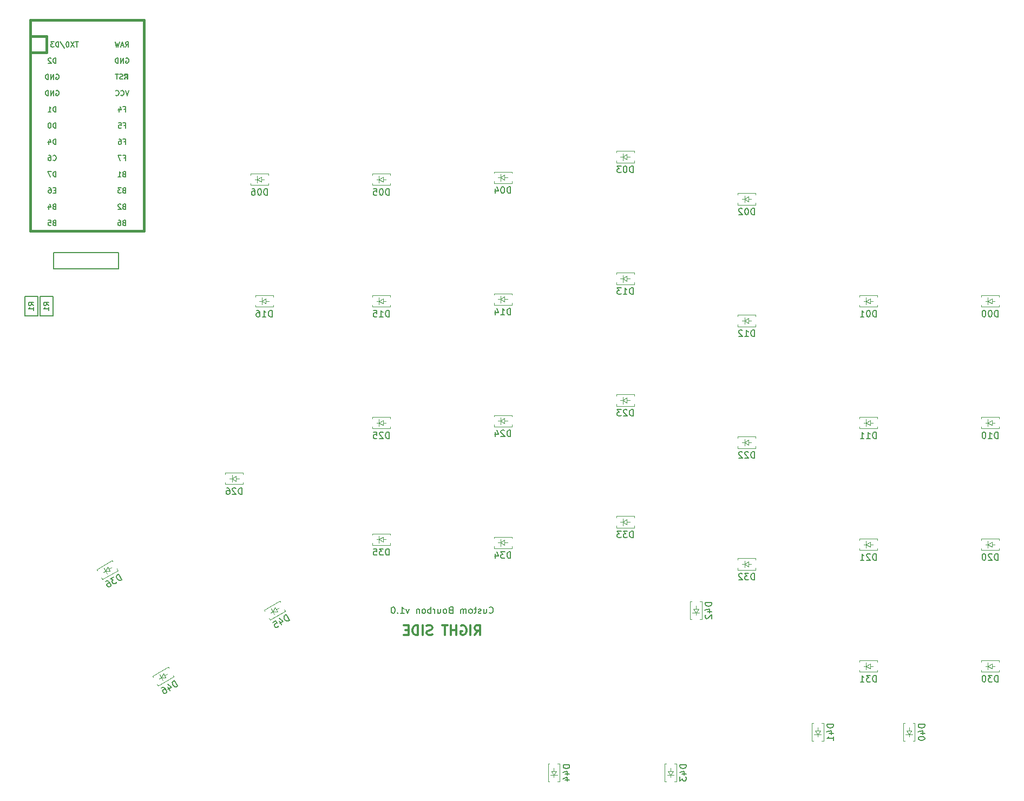
<source format=gbo>
G04 #@! TF.GenerationSoftware,KiCad,Pcbnew,5.1.10*
G04 #@! TF.CreationDate,2021-08-07T14:45:30-04:00*
G04 #@! TF.ProjectId,v05_right,7630355f-7269-4676-9874-2e6b69636164,rev?*
G04 #@! TF.SameCoordinates,Original*
G04 #@! TF.FileFunction,Legend,Bot*
G04 #@! TF.FilePolarity,Positive*
%FSLAX46Y46*%
G04 Gerber Fmt 4.6, Leading zero omitted, Abs format (unit mm)*
G04 Created by KiCad (PCBNEW 5.1.10) date 2021-08-07 14:45:30*
%MOMM*%
%LPD*%
G01*
G04 APERTURE LIST*
%ADD10C,0.300000*%
%ADD11C,0.150000*%
%ADD12C,0.100000*%
%ADD13C,0.381000*%
%ADD14C,2.250000*%
%ADD15C,3.987800*%
%ADD16C,1.750000*%
%ADD17C,3.048000*%
%ADD18R,0.900000X1.200000*%
%ADD19O,1.700000X2.500000*%
%ADD20C,1.200000*%
%ADD21C,2.100000*%
%ADD22C,2.200000*%
%ADD23R,1.200000X0.900000*%
%ADD24C,1.397000*%
%ADD25R,1.752600X1.752600*%
%ADD26C,1.752600*%
G04 APERTURE END LIST*
D10*
X-108434821Y-119741071D02*
X-107934821Y-119026785D01*
X-107577678Y-119741071D02*
X-107577678Y-118241071D01*
X-108149107Y-118241071D01*
X-108291964Y-118312500D01*
X-108363392Y-118383928D01*
X-108434821Y-118526785D01*
X-108434821Y-118741071D01*
X-108363392Y-118883928D01*
X-108291964Y-118955357D01*
X-108149107Y-119026785D01*
X-107577678Y-119026785D01*
X-109077678Y-119741071D02*
X-109077678Y-118241071D01*
X-110577678Y-118312500D02*
X-110434821Y-118241071D01*
X-110220535Y-118241071D01*
X-110006250Y-118312500D01*
X-109863392Y-118455357D01*
X-109791964Y-118598214D01*
X-109720535Y-118883928D01*
X-109720535Y-119098214D01*
X-109791964Y-119383928D01*
X-109863392Y-119526785D01*
X-110006250Y-119669642D01*
X-110220535Y-119741071D01*
X-110363392Y-119741071D01*
X-110577678Y-119669642D01*
X-110649107Y-119598214D01*
X-110649107Y-119098214D01*
X-110363392Y-119098214D01*
X-111291964Y-119741071D02*
X-111291964Y-118241071D01*
X-111291964Y-118955357D02*
X-112149107Y-118955357D01*
X-112149107Y-119741071D02*
X-112149107Y-118241071D01*
X-112649107Y-118241071D02*
X-113506250Y-118241071D01*
X-113077678Y-119741071D02*
X-113077678Y-118241071D01*
X-115077678Y-119669642D02*
X-115291964Y-119741071D01*
X-115649107Y-119741071D01*
X-115791964Y-119669642D01*
X-115863392Y-119598214D01*
X-115934821Y-119455357D01*
X-115934821Y-119312500D01*
X-115863392Y-119169642D01*
X-115791964Y-119098214D01*
X-115649107Y-119026785D01*
X-115363392Y-118955357D01*
X-115220535Y-118883928D01*
X-115149107Y-118812500D01*
X-115077678Y-118669642D01*
X-115077678Y-118526785D01*
X-115149107Y-118383928D01*
X-115220535Y-118312500D01*
X-115363392Y-118241071D01*
X-115720535Y-118241071D01*
X-115934821Y-118312500D01*
X-116577678Y-119741071D02*
X-116577678Y-118241071D01*
X-117291964Y-119741071D02*
X-117291964Y-118241071D01*
X-117649107Y-118241071D01*
X-117863392Y-118312500D01*
X-118006250Y-118455357D01*
X-118077678Y-118598214D01*
X-118149107Y-118883928D01*
X-118149107Y-119098214D01*
X-118077678Y-119383928D01*
X-118006250Y-119526785D01*
X-117863392Y-119669642D01*
X-117649107Y-119741071D01*
X-117291964Y-119741071D01*
X-118791964Y-118955357D02*
X-119291964Y-118955357D01*
X-119506250Y-119741071D02*
X-118791964Y-119741071D01*
X-118791964Y-118241071D01*
X-119506250Y-118241071D01*
D11*
X-106149107Y-116244642D02*
X-106101488Y-116292261D01*
X-105958630Y-116339880D01*
X-105863392Y-116339880D01*
X-105720535Y-116292261D01*
X-105625297Y-116197023D01*
X-105577678Y-116101785D01*
X-105530059Y-115911309D01*
X-105530059Y-115768452D01*
X-105577678Y-115577976D01*
X-105625297Y-115482738D01*
X-105720535Y-115387500D01*
X-105863392Y-115339880D01*
X-105958630Y-115339880D01*
X-106101488Y-115387500D01*
X-106149107Y-115435119D01*
X-107006250Y-115673214D02*
X-107006250Y-116339880D01*
X-106577678Y-115673214D02*
X-106577678Y-116197023D01*
X-106625297Y-116292261D01*
X-106720535Y-116339880D01*
X-106863392Y-116339880D01*
X-106958630Y-116292261D01*
X-107006250Y-116244642D01*
X-107434821Y-116292261D02*
X-107530059Y-116339880D01*
X-107720535Y-116339880D01*
X-107815773Y-116292261D01*
X-107863392Y-116197023D01*
X-107863392Y-116149404D01*
X-107815773Y-116054166D01*
X-107720535Y-116006547D01*
X-107577678Y-116006547D01*
X-107482440Y-115958928D01*
X-107434821Y-115863690D01*
X-107434821Y-115816071D01*
X-107482440Y-115720833D01*
X-107577678Y-115673214D01*
X-107720535Y-115673214D01*
X-107815773Y-115720833D01*
X-108149107Y-115673214D02*
X-108530059Y-115673214D01*
X-108291964Y-115339880D02*
X-108291964Y-116197023D01*
X-108339583Y-116292261D01*
X-108434821Y-116339880D01*
X-108530059Y-116339880D01*
X-109006250Y-116339880D02*
X-108911011Y-116292261D01*
X-108863392Y-116244642D01*
X-108815773Y-116149404D01*
X-108815773Y-115863690D01*
X-108863392Y-115768452D01*
X-108911011Y-115720833D01*
X-109006250Y-115673214D01*
X-109149107Y-115673214D01*
X-109244345Y-115720833D01*
X-109291964Y-115768452D01*
X-109339583Y-115863690D01*
X-109339583Y-116149404D01*
X-109291964Y-116244642D01*
X-109244345Y-116292261D01*
X-109149107Y-116339880D01*
X-109006250Y-116339880D01*
X-109768154Y-116339880D02*
X-109768154Y-115673214D01*
X-109768154Y-115768452D02*
X-109815773Y-115720833D01*
X-109911011Y-115673214D01*
X-110053869Y-115673214D01*
X-110149107Y-115720833D01*
X-110196726Y-115816071D01*
X-110196726Y-116339880D01*
X-110196726Y-115816071D02*
X-110244345Y-115720833D01*
X-110339583Y-115673214D01*
X-110482440Y-115673214D01*
X-110577678Y-115720833D01*
X-110625297Y-115816071D01*
X-110625297Y-116339880D01*
X-112196726Y-115816071D02*
X-112339583Y-115863690D01*
X-112387202Y-115911309D01*
X-112434821Y-116006547D01*
X-112434821Y-116149404D01*
X-112387202Y-116244642D01*
X-112339583Y-116292261D01*
X-112244345Y-116339880D01*
X-111863392Y-116339880D01*
X-111863392Y-115339880D01*
X-112196726Y-115339880D01*
X-112291964Y-115387500D01*
X-112339583Y-115435119D01*
X-112387202Y-115530357D01*
X-112387202Y-115625595D01*
X-112339583Y-115720833D01*
X-112291964Y-115768452D01*
X-112196726Y-115816071D01*
X-111863392Y-115816071D01*
X-113006250Y-116339880D02*
X-112911011Y-116292261D01*
X-112863392Y-116244642D01*
X-112815773Y-116149404D01*
X-112815773Y-115863690D01*
X-112863392Y-115768452D01*
X-112911011Y-115720833D01*
X-113006250Y-115673214D01*
X-113149107Y-115673214D01*
X-113244345Y-115720833D01*
X-113291964Y-115768452D01*
X-113339583Y-115863690D01*
X-113339583Y-116149404D01*
X-113291964Y-116244642D01*
X-113244345Y-116292261D01*
X-113149107Y-116339880D01*
X-113006250Y-116339880D01*
X-114196726Y-115673214D02*
X-114196726Y-116339880D01*
X-113768154Y-115673214D02*
X-113768154Y-116197023D01*
X-113815773Y-116292261D01*
X-113911011Y-116339880D01*
X-114053869Y-116339880D01*
X-114149107Y-116292261D01*
X-114196726Y-116244642D01*
X-114672916Y-116339880D02*
X-114672916Y-115673214D01*
X-114672916Y-115863690D02*
X-114720535Y-115768452D01*
X-114768154Y-115720833D01*
X-114863392Y-115673214D01*
X-114958630Y-115673214D01*
X-115291964Y-116339880D02*
X-115291964Y-115339880D01*
X-115291964Y-115720833D02*
X-115387202Y-115673214D01*
X-115577678Y-115673214D01*
X-115672916Y-115720833D01*
X-115720535Y-115768452D01*
X-115768154Y-115863690D01*
X-115768154Y-116149404D01*
X-115720535Y-116244642D01*
X-115672916Y-116292261D01*
X-115577678Y-116339880D01*
X-115387202Y-116339880D01*
X-115291964Y-116292261D01*
X-116339583Y-116339880D02*
X-116244345Y-116292261D01*
X-116196726Y-116244642D01*
X-116149107Y-116149404D01*
X-116149107Y-115863690D01*
X-116196726Y-115768452D01*
X-116244345Y-115720833D01*
X-116339583Y-115673214D01*
X-116482440Y-115673214D01*
X-116577678Y-115720833D01*
X-116625297Y-115768452D01*
X-116672916Y-115863690D01*
X-116672916Y-116149404D01*
X-116625297Y-116244642D01*
X-116577678Y-116292261D01*
X-116482440Y-116339880D01*
X-116339583Y-116339880D01*
X-117101488Y-115673214D02*
X-117101488Y-116339880D01*
X-117101488Y-115768452D02*
X-117149107Y-115720833D01*
X-117244345Y-115673214D01*
X-117387202Y-115673214D01*
X-117482440Y-115720833D01*
X-117530059Y-115816071D01*
X-117530059Y-116339880D01*
X-118672916Y-115673214D02*
X-118911011Y-116339880D01*
X-119149107Y-115673214D01*
X-120053869Y-116339880D02*
X-119482440Y-116339880D01*
X-119768154Y-116339880D02*
X-119768154Y-115339880D01*
X-119672916Y-115482738D01*
X-119577678Y-115577976D01*
X-119482440Y-115625595D01*
X-120482440Y-116244642D02*
X-120530059Y-116292261D01*
X-120482440Y-116339880D01*
X-120434821Y-116292261D01*
X-120482440Y-116244642D01*
X-120482440Y-116339880D01*
X-121149107Y-115339880D02*
X-121244345Y-115339880D01*
X-121339583Y-115387500D01*
X-121387202Y-115435119D01*
X-121434821Y-115530357D01*
X-121482440Y-115720833D01*
X-121482440Y-115958928D01*
X-121434821Y-116149404D01*
X-121387202Y-116244642D01*
X-121339583Y-116292261D01*
X-121244345Y-116339880D01*
X-121149107Y-116339880D01*
X-121053869Y-116292261D01*
X-121006250Y-116244642D01*
X-120958630Y-116149404D01*
X-120911011Y-115958928D01*
X-120911011Y-115720833D01*
X-120958630Y-115530357D01*
X-121006250Y-115435119D01*
X-121053869Y-115387500D01*
X-121149107Y-115339880D01*
D12*
X-156945994Y-126081250D02*
X-156512981Y-125831250D01*
X-157145994Y-125734840D02*
X-157465609Y-126381250D01*
X-156745994Y-126427660D02*
X-157145994Y-125734840D01*
X-157465609Y-126381250D02*
X-156745994Y-126427660D01*
X-157465609Y-126381250D02*
X-157740609Y-125904936D01*
X-157465609Y-126381250D02*
X-157190609Y-126857564D01*
X-157812019Y-126581250D02*
X-157465609Y-126381250D01*
X-158824936Y-126126827D02*
X-157924936Y-127685673D01*
X-156400064Y-124726827D02*
X-158824936Y-126126827D01*
X-155500064Y-126285673D02*
X-156400064Y-124726827D01*
X-157924936Y-127685673D02*
X-155500064Y-126285673D01*
X-141100000Y-67468750D02*
X-140600000Y-67468750D01*
X-141100000Y-67068750D02*
X-141700000Y-67468750D01*
X-141100000Y-67868750D02*
X-141100000Y-67068750D01*
X-141700000Y-67468750D02*
X-141100000Y-67868750D01*
X-141700000Y-67468750D02*
X-141700000Y-66918750D01*
X-141700000Y-67468750D02*
X-141700000Y-68018750D01*
X-142100000Y-67468750D02*
X-141700000Y-67468750D01*
X-142750000Y-66568750D02*
X-142750000Y-68368750D01*
X-139950000Y-66568750D02*
X-142750000Y-66568750D01*
X-139950000Y-68368750D02*
X-139950000Y-66568750D01*
X-142750000Y-68368750D02*
X-139950000Y-68368750D01*
X-140462436Y-117366923D02*
X-138037564Y-115966923D01*
X-138037564Y-115966923D02*
X-138937564Y-114408077D01*
X-138937564Y-114408077D02*
X-141362436Y-115808077D01*
X-141362436Y-115808077D02*
X-140462436Y-117366923D01*
X-140349519Y-116262500D02*
X-140003109Y-116062500D01*
X-140003109Y-116062500D02*
X-139728109Y-116538814D01*
X-140003109Y-116062500D02*
X-140278109Y-115586186D01*
X-140003109Y-116062500D02*
X-139283494Y-116108910D01*
X-139283494Y-116108910D02*
X-139683494Y-115416090D01*
X-139683494Y-115416090D02*
X-140003109Y-116062500D01*
X-139483494Y-115762500D02*
X-139050481Y-115512500D01*
X-95143750Y-142687500D02*
X-95143750Y-139887500D01*
X-95143750Y-139887500D02*
X-96943750Y-139887500D01*
X-96943750Y-139887500D02*
X-96943750Y-142687500D01*
X-96943750Y-142687500D02*
X-95143750Y-142687500D01*
X-96043750Y-142037500D02*
X-96043750Y-141637500D01*
X-96043750Y-141637500D02*
X-95493750Y-141637500D01*
X-96043750Y-141637500D02*
X-96593750Y-141637500D01*
X-96043750Y-141637500D02*
X-95643750Y-141037500D01*
X-95643750Y-141037500D02*
X-96443750Y-141037500D01*
X-96443750Y-141037500D02*
X-96043750Y-141637500D01*
X-96043750Y-141037500D02*
X-96043750Y-140537500D01*
X-76887500Y-142687500D02*
X-76887500Y-139887500D01*
X-76887500Y-139887500D02*
X-78687500Y-139887500D01*
X-78687500Y-139887500D02*
X-78687500Y-142687500D01*
X-78687500Y-142687500D02*
X-76887500Y-142687500D01*
X-77787500Y-142037500D02*
X-77787500Y-141637500D01*
X-77787500Y-141637500D02*
X-77237500Y-141637500D01*
X-77787500Y-141637500D02*
X-78337500Y-141637500D01*
X-77787500Y-141637500D02*
X-77387500Y-141037500D01*
X-77387500Y-141037500D02*
X-78187500Y-141037500D01*
X-78187500Y-141037500D02*
X-77787500Y-141637500D01*
X-77787500Y-141037500D02*
X-77787500Y-140537500D01*
X-72918750Y-117287500D02*
X-72918750Y-114487500D01*
X-72918750Y-114487500D02*
X-74718750Y-114487500D01*
X-74718750Y-114487500D02*
X-74718750Y-117287500D01*
X-74718750Y-117287500D02*
X-72918750Y-117287500D01*
X-73818750Y-116637500D02*
X-73818750Y-116237500D01*
X-73818750Y-116237500D02*
X-73268750Y-116237500D01*
X-73818750Y-116237500D02*
X-74368750Y-116237500D01*
X-73818750Y-116237500D02*
X-73418750Y-115637500D01*
X-73418750Y-115637500D02*
X-74218750Y-115637500D01*
X-74218750Y-115637500D02*
X-73818750Y-116237500D01*
X-73818750Y-115637500D02*
X-73818750Y-115137500D01*
X-53868750Y-136337500D02*
X-53868750Y-133537500D01*
X-53868750Y-133537500D02*
X-55668750Y-133537500D01*
X-55668750Y-133537500D02*
X-55668750Y-136337500D01*
X-55668750Y-136337500D02*
X-53868750Y-136337500D01*
X-54768750Y-135687500D02*
X-54768750Y-135287500D01*
X-54768750Y-135287500D02*
X-54218750Y-135287500D01*
X-54768750Y-135287500D02*
X-55318750Y-135287500D01*
X-54768750Y-135287500D02*
X-54368750Y-134687500D01*
X-54368750Y-134687500D02*
X-55168750Y-134687500D01*
X-55168750Y-134687500D02*
X-54768750Y-135287500D01*
X-54768750Y-134687500D02*
X-54768750Y-134187500D01*
X-39581250Y-136337500D02*
X-39581250Y-133537500D01*
X-39581250Y-133537500D02*
X-41381250Y-133537500D01*
X-41381250Y-133537500D02*
X-41381250Y-136337500D01*
X-41381250Y-136337500D02*
X-39581250Y-136337500D01*
X-40481250Y-135687500D02*
X-40481250Y-135287500D01*
X-40481250Y-135287500D02*
X-39931250Y-135287500D01*
X-40481250Y-135287500D02*
X-41031250Y-135287500D01*
X-40481250Y-135287500D02*
X-40081250Y-134687500D01*
X-40081250Y-134687500D02*
X-40881250Y-134687500D01*
X-40881250Y-134687500D02*
X-40481250Y-135287500D01*
X-40481250Y-134687500D02*
X-40481250Y-134187500D01*
X-166656186Y-111016923D02*
X-164231314Y-109616923D01*
X-164231314Y-109616923D02*
X-165131314Y-108058077D01*
X-165131314Y-108058077D02*
X-167556186Y-109458077D01*
X-167556186Y-109458077D02*
X-166656186Y-111016923D01*
X-166543269Y-109912500D02*
X-166196859Y-109712500D01*
X-166196859Y-109712500D02*
X-165921859Y-110188814D01*
X-166196859Y-109712500D02*
X-166471859Y-109236186D01*
X-166196859Y-109712500D02*
X-165477244Y-109758910D01*
X-165477244Y-109758910D02*
X-165877244Y-109066090D01*
X-165877244Y-109066090D02*
X-166196859Y-109712500D01*
X-165677244Y-109412500D02*
X-165244231Y-109162500D01*
X-124431250Y-105675000D02*
X-121631250Y-105675000D01*
X-121631250Y-105675000D02*
X-121631250Y-103875000D01*
X-121631250Y-103875000D02*
X-124431250Y-103875000D01*
X-124431250Y-103875000D02*
X-124431250Y-105675000D01*
X-123781250Y-104775000D02*
X-123381250Y-104775000D01*
X-123381250Y-104775000D02*
X-123381250Y-105325000D01*
X-123381250Y-104775000D02*
X-123381250Y-104225000D01*
X-123381250Y-104775000D02*
X-122781250Y-105175000D01*
X-122781250Y-105175000D02*
X-122781250Y-104375000D01*
X-122781250Y-104375000D02*
X-123381250Y-104775000D01*
X-122781250Y-104775000D02*
X-122281250Y-104775000D01*
X-105430000Y-106165000D02*
X-102630000Y-106165000D01*
X-102630000Y-106165000D02*
X-102630000Y-104365000D01*
X-102630000Y-104365000D02*
X-105430000Y-104365000D01*
X-105430000Y-104365000D02*
X-105430000Y-106165000D01*
X-104780000Y-105265000D02*
X-104380000Y-105265000D01*
X-104380000Y-105265000D02*
X-104380000Y-105815000D01*
X-104380000Y-105265000D02*
X-104380000Y-104715000D01*
X-104380000Y-105265000D02*
X-103780000Y-105665000D01*
X-103780000Y-105665000D02*
X-103780000Y-104865000D01*
X-103780000Y-104865000D02*
X-104380000Y-105265000D01*
X-103780000Y-105265000D02*
X-103280000Y-105265000D01*
X-86280000Y-102940000D02*
X-83480000Y-102940000D01*
X-83480000Y-102940000D02*
X-83480000Y-101140000D01*
X-83480000Y-101140000D02*
X-86280000Y-101140000D01*
X-86280000Y-101140000D02*
X-86280000Y-102940000D01*
X-85630000Y-102040000D02*
X-85230000Y-102040000D01*
X-85230000Y-102040000D02*
X-85230000Y-102590000D01*
X-85230000Y-102040000D02*
X-85230000Y-101490000D01*
X-85230000Y-102040000D02*
X-84630000Y-102440000D01*
X-84630000Y-102440000D02*
X-84630000Y-101640000D01*
X-84630000Y-101640000D02*
X-85230000Y-102040000D01*
X-84630000Y-102040000D02*
X-84130000Y-102040000D01*
X-67280000Y-109540000D02*
X-64480000Y-109540000D01*
X-64480000Y-109540000D02*
X-64480000Y-107740000D01*
X-64480000Y-107740000D02*
X-67280000Y-107740000D01*
X-67280000Y-107740000D02*
X-67280000Y-109540000D01*
X-66630000Y-108640000D02*
X-66230000Y-108640000D01*
X-66230000Y-108640000D02*
X-66230000Y-109190000D01*
X-66230000Y-108640000D02*
X-66230000Y-108090000D01*
X-66230000Y-108640000D02*
X-65630000Y-109040000D01*
X-65630000Y-109040000D02*
X-65630000Y-108240000D01*
X-65630000Y-108240000D02*
X-66230000Y-108640000D01*
X-65630000Y-108640000D02*
X-65130000Y-108640000D01*
X-48231250Y-125518750D02*
X-45431250Y-125518750D01*
X-45431250Y-125518750D02*
X-45431250Y-123718750D01*
X-45431250Y-123718750D02*
X-48231250Y-123718750D01*
X-48231250Y-123718750D02*
X-48231250Y-125518750D01*
X-47581250Y-124618750D02*
X-47181250Y-124618750D01*
X-47181250Y-124618750D02*
X-47181250Y-125168750D01*
X-47181250Y-124618750D02*
X-47181250Y-124068750D01*
X-47181250Y-124618750D02*
X-46581250Y-125018750D01*
X-46581250Y-125018750D02*
X-46581250Y-124218750D01*
X-46581250Y-124218750D02*
X-47181250Y-124618750D01*
X-46581250Y-124618750D02*
X-46081250Y-124618750D01*
X-29181250Y-125518750D02*
X-26381250Y-125518750D01*
X-26381250Y-125518750D02*
X-26381250Y-123718750D01*
X-26381250Y-123718750D02*
X-29181250Y-123718750D01*
X-29181250Y-123718750D02*
X-29181250Y-125518750D01*
X-28531250Y-124618750D02*
X-28131250Y-124618750D01*
X-28131250Y-124618750D02*
X-28131250Y-125168750D01*
X-28131250Y-124618750D02*
X-28131250Y-124068750D01*
X-28131250Y-124618750D02*
X-27531250Y-125018750D01*
X-27531250Y-125018750D02*
X-27531250Y-124218750D01*
X-27531250Y-124218750D02*
X-28131250Y-124618750D01*
X-27531250Y-124618750D02*
X-27031250Y-124618750D01*
X-147450000Y-96150000D02*
X-144650000Y-96150000D01*
X-144650000Y-96150000D02*
X-144650000Y-94350000D01*
X-144650000Y-94350000D02*
X-147450000Y-94350000D01*
X-147450000Y-94350000D02*
X-147450000Y-96150000D01*
X-146800000Y-95250000D02*
X-146400000Y-95250000D01*
X-146400000Y-95250000D02*
X-146400000Y-95800000D01*
X-146400000Y-95250000D02*
X-146400000Y-94700000D01*
X-146400000Y-95250000D02*
X-145800000Y-95650000D01*
X-145800000Y-95650000D02*
X-145800000Y-94850000D01*
X-145800000Y-94850000D02*
X-146400000Y-95250000D01*
X-145800000Y-95250000D02*
X-145300000Y-95250000D01*
X-124431250Y-87418750D02*
X-121631250Y-87418750D01*
X-121631250Y-87418750D02*
X-121631250Y-85618750D01*
X-121631250Y-85618750D02*
X-124431250Y-85618750D01*
X-124431250Y-85618750D02*
X-124431250Y-87418750D01*
X-123781250Y-86518750D02*
X-123381250Y-86518750D01*
X-123381250Y-86518750D02*
X-123381250Y-87068750D01*
X-123381250Y-86518750D02*
X-123381250Y-85968750D01*
X-123381250Y-86518750D02*
X-122781250Y-86918750D01*
X-122781250Y-86918750D02*
X-122781250Y-86118750D01*
X-122781250Y-86118750D02*
X-123381250Y-86518750D01*
X-122781250Y-86518750D02*
X-122281250Y-86518750D01*
X-105430000Y-87115000D02*
X-102630000Y-87115000D01*
X-102630000Y-87115000D02*
X-102630000Y-85315000D01*
X-102630000Y-85315000D02*
X-105430000Y-85315000D01*
X-105430000Y-85315000D02*
X-105430000Y-87115000D01*
X-104780000Y-86215000D02*
X-104380000Y-86215000D01*
X-104380000Y-86215000D02*
X-104380000Y-86765000D01*
X-104380000Y-86215000D02*
X-104380000Y-85665000D01*
X-104380000Y-86215000D02*
X-103780000Y-86615000D01*
X-103780000Y-86615000D02*
X-103780000Y-85815000D01*
X-103780000Y-85815000D02*
X-104380000Y-86215000D01*
X-103780000Y-86215000D02*
X-103280000Y-86215000D01*
X-86280000Y-83890000D02*
X-83480000Y-83890000D01*
X-83480000Y-83890000D02*
X-83480000Y-82090000D01*
X-83480000Y-82090000D02*
X-86280000Y-82090000D01*
X-86280000Y-82090000D02*
X-86280000Y-83890000D01*
X-85630000Y-82990000D02*
X-85230000Y-82990000D01*
X-85230000Y-82990000D02*
X-85230000Y-83540000D01*
X-85230000Y-82990000D02*
X-85230000Y-82440000D01*
X-85230000Y-82990000D02*
X-84630000Y-83390000D01*
X-84630000Y-83390000D02*
X-84630000Y-82590000D01*
X-84630000Y-82590000D02*
X-85230000Y-82990000D01*
X-84630000Y-82990000D02*
X-84130000Y-82990000D01*
X-67280000Y-90490000D02*
X-64480000Y-90490000D01*
X-64480000Y-90490000D02*
X-64480000Y-88690000D01*
X-64480000Y-88690000D02*
X-67280000Y-88690000D01*
X-67280000Y-88690000D02*
X-67280000Y-90490000D01*
X-66630000Y-89590000D02*
X-66230000Y-89590000D01*
X-66230000Y-89590000D02*
X-66230000Y-90140000D01*
X-66230000Y-89590000D02*
X-66230000Y-89040000D01*
X-66230000Y-89590000D02*
X-65630000Y-89990000D01*
X-65630000Y-89990000D02*
X-65630000Y-89190000D01*
X-65630000Y-89190000D02*
X-66230000Y-89590000D01*
X-65630000Y-89590000D02*
X-65130000Y-89590000D01*
X-48231250Y-106468750D02*
X-45431250Y-106468750D01*
X-45431250Y-106468750D02*
X-45431250Y-104668750D01*
X-45431250Y-104668750D02*
X-48231250Y-104668750D01*
X-48231250Y-104668750D02*
X-48231250Y-106468750D01*
X-47581250Y-105568750D02*
X-47181250Y-105568750D01*
X-47181250Y-105568750D02*
X-47181250Y-106118750D01*
X-47181250Y-105568750D02*
X-47181250Y-105018750D01*
X-47181250Y-105568750D02*
X-46581250Y-105968750D01*
X-46581250Y-105968750D02*
X-46581250Y-105168750D01*
X-46581250Y-105168750D02*
X-47181250Y-105568750D01*
X-46581250Y-105568750D02*
X-46081250Y-105568750D01*
X-29181250Y-106468750D02*
X-26381250Y-106468750D01*
X-26381250Y-106468750D02*
X-26381250Y-104668750D01*
X-26381250Y-104668750D02*
X-29181250Y-104668750D01*
X-29181250Y-104668750D02*
X-29181250Y-106468750D01*
X-28531250Y-105568750D02*
X-28131250Y-105568750D01*
X-28131250Y-105568750D02*
X-28131250Y-106118750D01*
X-28131250Y-105568750D02*
X-28131250Y-105018750D01*
X-28131250Y-105568750D02*
X-27531250Y-105968750D01*
X-27531250Y-105968750D02*
X-27531250Y-105168750D01*
X-27531250Y-105168750D02*
X-28131250Y-105568750D01*
X-27531250Y-105568750D02*
X-27031250Y-105568750D01*
X-124431250Y-68368750D02*
X-121631250Y-68368750D01*
X-121631250Y-68368750D02*
X-121631250Y-66568750D01*
X-121631250Y-66568750D02*
X-124431250Y-66568750D01*
X-124431250Y-66568750D02*
X-124431250Y-68368750D01*
X-123781250Y-67468750D02*
X-123381250Y-67468750D01*
X-123381250Y-67468750D02*
X-123381250Y-68018750D01*
X-123381250Y-67468750D02*
X-123381250Y-66918750D01*
X-123381250Y-67468750D02*
X-122781250Y-67868750D01*
X-122781250Y-67868750D02*
X-122781250Y-67068750D01*
X-122781250Y-67068750D02*
X-123381250Y-67468750D01*
X-122781250Y-67468750D02*
X-122281250Y-67468750D01*
X-105430000Y-68065000D02*
X-102630000Y-68065000D01*
X-102630000Y-68065000D02*
X-102630000Y-66265000D01*
X-102630000Y-66265000D02*
X-105430000Y-66265000D01*
X-105430000Y-66265000D02*
X-105430000Y-68065000D01*
X-104780000Y-67165000D02*
X-104380000Y-67165000D01*
X-104380000Y-67165000D02*
X-104380000Y-67715000D01*
X-104380000Y-67165000D02*
X-104380000Y-66615000D01*
X-104380000Y-67165000D02*
X-103780000Y-67565000D01*
X-103780000Y-67565000D02*
X-103780000Y-66765000D01*
X-103780000Y-66765000D02*
X-104380000Y-67165000D01*
X-103780000Y-67165000D02*
X-103280000Y-67165000D01*
X-86280000Y-64840000D02*
X-83480000Y-64840000D01*
X-83480000Y-64840000D02*
X-83480000Y-63040000D01*
X-83480000Y-63040000D02*
X-86280000Y-63040000D01*
X-86280000Y-63040000D02*
X-86280000Y-64840000D01*
X-85630000Y-63940000D02*
X-85230000Y-63940000D01*
X-85230000Y-63940000D02*
X-85230000Y-64490000D01*
X-85230000Y-63940000D02*
X-85230000Y-63390000D01*
X-85230000Y-63940000D02*
X-84630000Y-64340000D01*
X-84630000Y-64340000D02*
X-84630000Y-63540000D01*
X-84630000Y-63540000D02*
X-85230000Y-63940000D01*
X-84630000Y-63940000D02*
X-84130000Y-63940000D01*
X-67280000Y-71440000D02*
X-64480000Y-71440000D01*
X-64480000Y-71440000D02*
X-64480000Y-69640000D01*
X-64480000Y-69640000D02*
X-67280000Y-69640000D01*
X-67280000Y-69640000D02*
X-67280000Y-71440000D01*
X-66630000Y-70540000D02*
X-66230000Y-70540000D01*
X-66230000Y-70540000D02*
X-66230000Y-71090000D01*
X-66230000Y-70540000D02*
X-66230000Y-69990000D01*
X-66230000Y-70540000D02*
X-65630000Y-70940000D01*
X-65630000Y-70940000D02*
X-65630000Y-70140000D01*
X-65630000Y-70140000D02*
X-66230000Y-70540000D01*
X-65630000Y-70540000D02*
X-65130000Y-70540000D01*
X-48231250Y-87418750D02*
X-45431250Y-87418750D01*
X-45431250Y-87418750D02*
X-45431250Y-85618750D01*
X-45431250Y-85618750D02*
X-48231250Y-85618750D01*
X-48231250Y-85618750D02*
X-48231250Y-87418750D01*
X-47581250Y-86518750D02*
X-47181250Y-86518750D01*
X-47181250Y-86518750D02*
X-47181250Y-87068750D01*
X-47181250Y-86518750D02*
X-47181250Y-85968750D01*
X-47181250Y-86518750D02*
X-46581250Y-86918750D01*
X-46581250Y-86918750D02*
X-46581250Y-86118750D01*
X-46581250Y-86118750D02*
X-47181250Y-86518750D01*
X-46581250Y-86518750D02*
X-46081250Y-86518750D01*
X-29181250Y-87418750D02*
X-26381250Y-87418750D01*
X-26381250Y-87418750D02*
X-26381250Y-85618750D01*
X-26381250Y-85618750D02*
X-29181250Y-85618750D01*
X-29181250Y-85618750D02*
X-29181250Y-87418750D01*
X-28531250Y-86518750D02*
X-28131250Y-86518750D01*
X-28131250Y-86518750D02*
X-28131250Y-87068750D01*
X-28131250Y-86518750D02*
X-28131250Y-85968750D01*
X-28131250Y-86518750D02*
X-27531250Y-86918750D01*
X-27531250Y-86918750D02*
X-27531250Y-86118750D01*
X-27531250Y-86118750D02*
X-28131250Y-86518750D01*
X-27531250Y-86518750D02*
X-27031250Y-86518750D01*
X-143481250Y-49318750D02*
X-140681250Y-49318750D01*
X-140681250Y-49318750D02*
X-140681250Y-47518750D01*
X-140681250Y-47518750D02*
X-143481250Y-47518750D01*
X-143481250Y-47518750D02*
X-143481250Y-49318750D01*
X-142831250Y-48418750D02*
X-142431250Y-48418750D01*
X-142431250Y-48418750D02*
X-142431250Y-48968750D01*
X-142431250Y-48418750D02*
X-142431250Y-47868750D01*
X-142431250Y-48418750D02*
X-141831250Y-48818750D01*
X-141831250Y-48818750D02*
X-141831250Y-48018750D01*
X-141831250Y-48018750D02*
X-142431250Y-48418750D01*
X-141831250Y-48418750D02*
X-141331250Y-48418750D01*
X-124431250Y-49318750D02*
X-121631250Y-49318750D01*
X-121631250Y-49318750D02*
X-121631250Y-47518750D01*
X-121631250Y-47518750D02*
X-124431250Y-47518750D01*
X-124431250Y-47518750D02*
X-124431250Y-49318750D01*
X-123781250Y-48418750D02*
X-123381250Y-48418750D01*
X-123381250Y-48418750D02*
X-123381250Y-48968750D01*
X-123381250Y-48418750D02*
X-123381250Y-47868750D01*
X-123381250Y-48418750D02*
X-122781250Y-48818750D01*
X-122781250Y-48818750D02*
X-122781250Y-48018750D01*
X-122781250Y-48018750D02*
X-123381250Y-48418750D01*
X-122781250Y-48418750D02*
X-122281250Y-48418750D01*
X-105430000Y-49015000D02*
X-102630000Y-49015000D01*
X-102630000Y-49015000D02*
X-102630000Y-47215000D01*
X-102630000Y-47215000D02*
X-105430000Y-47215000D01*
X-105430000Y-47215000D02*
X-105430000Y-49015000D01*
X-104780000Y-48115000D02*
X-104380000Y-48115000D01*
X-104380000Y-48115000D02*
X-104380000Y-48665000D01*
X-104380000Y-48115000D02*
X-104380000Y-47565000D01*
X-104380000Y-48115000D02*
X-103780000Y-48515000D01*
X-103780000Y-48515000D02*
X-103780000Y-47715000D01*
X-103780000Y-47715000D02*
X-104380000Y-48115000D01*
X-103780000Y-48115000D02*
X-103280000Y-48115000D01*
X-86280000Y-45790000D02*
X-83480000Y-45790000D01*
X-83480000Y-45790000D02*
X-83480000Y-43990000D01*
X-83480000Y-43990000D02*
X-86280000Y-43990000D01*
X-86280000Y-43990000D02*
X-86280000Y-45790000D01*
X-85630000Y-44890000D02*
X-85230000Y-44890000D01*
X-85230000Y-44890000D02*
X-85230000Y-45440000D01*
X-85230000Y-44890000D02*
X-85230000Y-44340000D01*
X-85230000Y-44890000D02*
X-84630000Y-45290000D01*
X-84630000Y-45290000D02*
X-84630000Y-44490000D01*
X-84630000Y-44490000D02*
X-85230000Y-44890000D01*
X-84630000Y-44890000D02*
X-84130000Y-44890000D01*
X-67280000Y-52390000D02*
X-64480000Y-52390000D01*
X-64480000Y-52390000D02*
X-64480000Y-50590000D01*
X-64480000Y-50590000D02*
X-67280000Y-50590000D01*
X-67280000Y-50590000D02*
X-67280000Y-52390000D01*
X-66630000Y-51490000D02*
X-66230000Y-51490000D01*
X-66230000Y-51490000D02*
X-66230000Y-52040000D01*
X-66230000Y-51490000D02*
X-66230000Y-50940000D01*
X-66230000Y-51490000D02*
X-65630000Y-51890000D01*
X-65630000Y-51890000D02*
X-65630000Y-51090000D01*
X-65630000Y-51090000D02*
X-66230000Y-51490000D01*
X-65630000Y-51490000D02*
X-65130000Y-51490000D01*
X-48231250Y-68368750D02*
X-45431250Y-68368750D01*
X-45431250Y-68368750D02*
X-45431250Y-66568750D01*
X-45431250Y-66568750D02*
X-48231250Y-66568750D01*
X-48231250Y-66568750D02*
X-48231250Y-68368750D01*
X-47581250Y-67468750D02*
X-47181250Y-67468750D01*
X-47181250Y-67468750D02*
X-47181250Y-68018750D01*
X-47181250Y-67468750D02*
X-47181250Y-66918750D01*
X-47181250Y-67468750D02*
X-46581250Y-67868750D01*
X-46581250Y-67868750D02*
X-46581250Y-67068750D01*
X-46581250Y-67068750D02*
X-47181250Y-67468750D01*
X-46581250Y-67468750D02*
X-46081250Y-67468750D01*
X-29181250Y-68368750D02*
X-26381250Y-68368750D01*
X-26381250Y-68368750D02*
X-26381250Y-66568750D01*
X-26381250Y-66568750D02*
X-29181250Y-66568750D01*
X-29181250Y-66568750D02*
X-29181250Y-68368750D01*
X-28531250Y-67468750D02*
X-28131250Y-67468750D01*
X-28131250Y-67468750D02*
X-28131250Y-68018750D01*
X-28131250Y-67468750D02*
X-28131250Y-66918750D01*
X-28131250Y-67468750D02*
X-27531250Y-67868750D01*
X-27531250Y-67868750D02*
X-27531250Y-67068750D01*
X-27531250Y-67068750D02*
X-28131250Y-67468750D01*
X-27531250Y-67468750D02*
X-27031250Y-67468750D01*
D11*
X-176800000Y-66762500D02*
X-176800000Y-69762500D01*
X-176800000Y-69762500D02*
X-178800000Y-69762500D01*
X-178800000Y-69762500D02*
X-178800000Y-66762500D01*
X-178800000Y-66762500D02*
X-176800000Y-66762500D01*
X-176418750Y-69762500D02*
X-176418750Y-66762500D01*
X-176418750Y-66762500D02*
X-174418750Y-66762500D01*
X-174418750Y-66762500D02*
X-174418750Y-69762500D01*
X-174418750Y-69762500D02*
X-176418750Y-69762500D01*
X-174307500Y-59848750D02*
X-164147500Y-59848750D01*
X-164147500Y-59848750D02*
X-164147500Y-62388750D01*
X-164147500Y-62388750D02*
X-174307500Y-62388750D01*
X-174307500Y-62388750D02*
X-174307500Y-59848750D01*
D13*
X-175418750Y-28575000D02*
X-177958750Y-28575000D01*
X-175418750Y-26035000D02*
X-175418750Y-28575000D01*
D11*
G36*
X-163024115Y-32324030D02*
G01*
X-163024115Y-32424030D01*
X-162924115Y-32424030D01*
X-162924115Y-32324030D01*
X-163024115Y-32324030D01*
G37*
X-163024115Y-32324030D02*
X-163024115Y-32424030D01*
X-162924115Y-32424030D01*
X-162924115Y-32324030D01*
X-163024115Y-32324030D01*
G36*
X-162824115Y-31924030D02*
G01*
X-162824115Y-32724030D01*
X-162724115Y-32724030D01*
X-162724115Y-31924030D01*
X-162824115Y-31924030D01*
G37*
X-162824115Y-31924030D02*
X-162824115Y-32724030D01*
X-162724115Y-32724030D01*
X-162724115Y-31924030D01*
X-162824115Y-31924030D01*
G36*
X-163224115Y-32524030D02*
G01*
X-163224115Y-32724030D01*
X-163124115Y-32724030D01*
X-163124115Y-32524030D01*
X-163224115Y-32524030D01*
G37*
X-163224115Y-32524030D02*
X-163224115Y-32724030D01*
X-163124115Y-32724030D01*
X-163124115Y-32524030D01*
X-163224115Y-32524030D01*
G36*
X-163224115Y-31924030D02*
G01*
X-163224115Y-32224030D01*
X-163124115Y-32224030D01*
X-163124115Y-31924030D01*
X-163224115Y-31924030D01*
G37*
X-163224115Y-31924030D02*
X-163224115Y-32224030D01*
X-163124115Y-32224030D01*
X-163124115Y-31924030D01*
X-163224115Y-31924030D01*
G36*
X-163224115Y-31924030D02*
G01*
X-163224115Y-32024030D01*
X-162724115Y-32024030D01*
X-162724115Y-31924030D01*
X-163224115Y-31924030D01*
G37*
X-163224115Y-31924030D02*
X-163224115Y-32024030D01*
X-162724115Y-32024030D01*
X-162724115Y-31924030D01*
X-163224115Y-31924030D01*
D13*
X-160178750Y-56515000D02*
X-160178750Y-23495000D01*
X-177958750Y-56515000D02*
X-160178750Y-56515000D01*
X-177958750Y-23495000D02*
X-177958750Y-56515000D01*
X-160178750Y-23495000D02*
X-177958750Y-23495000D01*
X-175418750Y-26035000D02*
X-177958750Y-26035000D01*
D11*
X-154884707Y-127722931D02*
X-155384707Y-126856906D01*
X-155590903Y-126975953D01*
X-155690812Y-127088621D01*
X-155725671Y-127218719D01*
X-155719291Y-127325007D01*
X-155665293Y-127513774D01*
X-155593864Y-127637492D01*
X-155457387Y-127778639D01*
X-155368528Y-127837308D01*
X-155238431Y-127872168D01*
X-155090903Y-127841979D01*
X-154884707Y-127722931D01*
X-156455219Y-127859866D02*
X-156121886Y-128437217D01*
X-156439499Y-127410904D02*
X-155876160Y-127910446D01*
X-156412270Y-128219970D01*
X-157446672Y-128047382D02*
X-157281715Y-127952144D01*
X-157175427Y-127945764D01*
X-157110378Y-127963194D01*
X-156956471Y-128039293D01*
X-156819993Y-128180440D01*
X-156629517Y-128510355D01*
X-156623137Y-128616643D01*
X-156640567Y-128681692D01*
X-156699236Y-128770550D01*
X-156864193Y-128865788D01*
X-156970482Y-128872168D01*
X-157035530Y-128854738D01*
X-157124389Y-128796069D01*
X-157243436Y-128589873D01*
X-157249816Y-128483584D01*
X-157232386Y-128418536D01*
X-157173717Y-128329677D01*
X-157008760Y-128234439D01*
X-156902472Y-128228059D01*
X-156837423Y-128245489D01*
X-156748565Y-128304158D01*
X-140135714Y-69921130D02*
X-140135714Y-68921130D01*
X-140373809Y-68921130D01*
X-140516666Y-68968750D01*
X-140611904Y-69063988D01*
X-140659523Y-69159226D01*
X-140707142Y-69349702D01*
X-140707142Y-69492559D01*
X-140659523Y-69683035D01*
X-140611904Y-69778273D01*
X-140516666Y-69873511D01*
X-140373809Y-69921130D01*
X-140135714Y-69921130D01*
X-141659523Y-69921130D02*
X-141088095Y-69921130D01*
X-141373809Y-69921130D02*
X-141373809Y-68921130D01*
X-141278571Y-69063988D01*
X-141183333Y-69159226D01*
X-141088095Y-69206845D01*
X-142516666Y-68921130D02*
X-142326190Y-68921130D01*
X-142230952Y-68968750D01*
X-142183333Y-69016369D01*
X-142088095Y-69159226D01*
X-142040476Y-69349702D01*
X-142040476Y-69730654D01*
X-142088095Y-69825892D01*
X-142135714Y-69873511D01*
X-142230952Y-69921130D01*
X-142421428Y-69921130D01*
X-142516666Y-69873511D01*
X-142564285Y-69825892D01*
X-142611904Y-69730654D01*
X-142611904Y-69492559D01*
X-142564285Y-69397321D01*
X-142516666Y-69349702D01*
X-142421428Y-69302083D01*
X-142230952Y-69302083D01*
X-142135714Y-69349702D01*
X-142088095Y-69397321D01*
X-142040476Y-69492559D01*
X-137422207Y-117404181D02*
X-137922207Y-116538156D01*
X-138128403Y-116657203D01*
X-138228312Y-116769871D01*
X-138263171Y-116899969D01*
X-138256791Y-117006257D01*
X-138202793Y-117195024D01*
X-138131364Y-117318742D01*
X-137994887Y-117459889D01*
X-137906028Y-117518558D01*
X-137775931Y-117553418D01*
X-137628403Y-117523229D01*
X-137422207Y-117404181D01*
X-138992719Y-117541116D02*
X-138659386Y-118118467D01*
X-138976999Y-117092154D02*
X-138413660Y-117591696D01*
X-138949770Y-117901220D01*
X-140025411Y-117752441D02*
X-139613018Y-117514346D01*
X-139333684Y-117902930D01*
X-139398733Y-117885500D01*
X-139505021Y-117891880D01*
X-139711217Y-118010927D01*
X-139769886Y-118099786D01*
X-139787316Y-118164834D01*
X-139780936Y-118271123D01*
X-139661889Y-118477319D01*
X-139573030Y-118535988D01*
X-139507982Y-118553418D01*
X-139401693Y-118547038D01*
X-139195497Y-118427991D01*
X-139136828Y-118339132D01*
X-139119398Y-118274083D01*
X-93591369Y-140073214D02*
X-94591369Y-140073214D01*
X-94591369Y-140311309D01*
X-94543750Y-140454166D01*
X-94448511Y-140549404D01*
X-94353273Y-140597023D01*
X-94162797Y-140644642D01*
X-94019940Y-140644642D01*
X-93829464Y-140597023D01*
X-93734226Y-140549404D01*
X-93638988Y-140454166D01*
X-93591369Y-140311309D01*
X-93591369Y-140073214D01*
X-94258035Y-141501785D02*
X-93591369Y-141501785D01*
X-94638988Y-141263690D02*
X-93924702Y-141025595D01*
X-93924702Y-141644642D01*
X-94258035Y-142454166D02*
X-93591369Y-142454166D01*
X-94638988Y-142216071D02*
X-93924702Y-141977976D01*
X-93924702Y-142597023D01*
X-75335119Y-140073214D02*
X-76335119Y-140073214D01*
X-76335119Y-140311309D01*
X-76287500Y-140454166D01*
X-76192261Y-140549404D01*
X-76097023Y-140597023D01*
X-75906547Y-140644642D01*
X-75763690Y-140644642D01*
X-75573214Y-140597023D01*
X-75477976Y-140549404D01*
X-75382738Y-140454166D01*
X-75335119Y-140311309D01*
X-75335119Y-140073214D01*
X-76001785Y-141501785D02*
X-75335119Y-141501785D01*
X-76382738Y-141263690D02*
X-75668452Y-141025595D01*
X-75668452Y-141644642D01*
X-76335119Y-141930357D02*
X-76335119Y-142549404D01*
X-75954166Y-142216071D01*
X-75954166Y-142358928D01*
X-75906547Y-142454166D01*
X-75858928Y-142501785D01*
X-75763690Y-142549404D01*
X-75525595Y-142549404D01*
X-75430357Y-142501785D01*
X-75382738Y-142454166D01*
X-75335119Y-142358928D01*
X-75335119Y-142073214D01*
X-75382738Y-141977976D01*
X-75430357Y-141930357D01*
X-71366369Y-114673214D02*
X-72366369Y-114673214D01*
X-72366369Y-114911309D01*
X-72318750Y-115054166D01*
X-72223511Y-115149404D01*
X-72128273Y-115197023D01*
X-71937797Y-115244642D01*
X-71794940Y-115244642D01*
X-71604464Y-115197023D01*
X-71509226Y-115149404D01*
X-71413988Y-115054166D01*
X-71366369Y-114911309D01*
X-71366369Y-114673214D01*
X-72033035Y-116101785D02*
X-71366369Y-116101785D01*
X-72413988Y-115863690D02*
X-71699702Y-115625595D01*
X-71699702Y-116244642D01*
X-72271130Y-116577976D02*
X-72318750Y-116625595D01*
X-72366369Y-116720833D01*
X-72366369Y-116958928D01*
X-72318750Y-117054166D01*
X-72271130Y-117101785D01*
X-72175892Y-117149404D01*
X-72080654Y-117149404D01*
X-71937797Y-117101785D01*
X-71366369Y-116530357D01*
X-71366369Y-117149404D01*
X-52316369Y-133723214D02*
X-53316369Y-133723214D01*
X-53316369Y-133961309D01*
X-53268750Y-134104166D01*
X-53173511Y-134199404D01*
X-53078273Y-134247023D01*
X-52887797Y-134294642D01*
X-52744940Y-134294642D01*
X-52554464Y-134247023D01*
X-52459226Y-134199404D01*
X-52363988Y-134104166D01*
X-52316369Y-133961309D01*
X-52316369Y-133723214D01*
X-52983035Y-135151785D02*
X-52316369Y-135151785D01*
X-53363988Y-134913690D02*
X-52649702Y-134675595D01*
X-52649702Y-135294642D01*
X-52316369Y-136199404D02*
X-52316369Y-135627976D01*
X-52316369Y-135913690D02*
X-53316369Y-135913690D01*
X-53173511Y-135818452D01*
X-53078273Y-135723214D01*
X-53030654Y-135627976D01*
X-38028869Y-133723214D02*
X-39028869Y-133723214D01*
X-39028869Y-133961309D01*
X-38981250Y-134104166D01*
X-38886011Y-134199404D01*
X-38790773Y-134247023D01*
X-38600297Y-134294642D01*
X-38457440Y-134294642D01*
X-38266964Y-134247023D01*
X-38171726Y-134199404D01*
X-38076488Y-134104166D01*
X-38028869Y-133961309D01*
X-38028869Y-133723214D01*
X-38695535Y-135151785D02*
X-38028869Y-135151785D01*
X-39076488Y-134913690D02*
X-38362202Y-134675595D01*
X-38362202Y-135294642D01*
X-39028869Y-135866071D02*
X-39028869Y-135961309D01*
X-38981250Y-136056547D01*
X-38933630Y-136104166D01*
X-38838392Y-136151785D01*
X-38647916Y-136199404D01*
X-38409821Y-136199404D01*
X-38219345Y-136151785D01*
X-38124107Y-136104166D01*
X-38076488Y-136056547D01*
X-38028869Y-135961309D01*
X-38028869Y-135866071D01*
X-38076488Y-135770833D01*
X-38124107Y-135723214D01*
X-38219345Y-135675595D01*
X-38409821Y-135627976D01*
X-38647916Y-135627976D01*
X-38838392Y-135675595D01*
X-38933630Y-135723214D01*
X-38981250Y-135770833D01*
X-39028869Y-135866071D01*
X-163615957Y-111054181D02*
X-164115957Y-110188156D01*
X-164322153Y-110307203D01*
X-164422062Y-110419871D01*
X-164456921Y-110549969D01*
X-164450541Y-110656257D01*
X-164396543Y-110845024D01*
X-164325114Y-110968742D01*
X-164188637Y-111109889D01*
X-164099778Y-111168558D01*
X-163969681Y-111203418D01*
X-163822153Y-111173229D01*
X-163615957Y-111054181D01*
X-164899504Y-110640537D02*
X-165435615Y-110950060D01*
X-164956463Y-111113308D01*
X-165080181Y-111184737D01*
X-165138850Y-111273595D01*
X-165156280Y-111338644D01*
X-165149900Y-111444932D01*
X-165030853Y-111651129D01*
X-164941994Y-111709798D01*
X-164876945Y-111727227D01*
X-164770657Y-111720848D01*
X-164523221Y-111577991D01*
X-164464552Y-111489132D01*
X-164447123Y-111424083D01*
X-166177922Y-111378632D02*
X-166012965Y-111283394D01*
X-165906677Y-111277014D01*
X-165841628Y-111294444D01*
X-165687721Y-111370543D01*
X-165551243Y-111511690D01*
X-165360767Y-111841605D01*
X-165354387Y-111947893D01*
X-165371817Y-112012942D01*
X-165430486Y-112101800D01*
X-165595443Y-112197038D01*
X-165701732Y-112203418D01*
X-165766780Y-112185988D01*
X-165855639Y-112127319D01*
X-165974686Y-111921123D01*
X-165981066Y-111814834D01*
X-165963636Y-111749786D01*
X-165904967Y-111660927D01*
X-165740010Y-111565689D01*
X-165633722Y-111559309D01*
X-165568673Y-111576739D01*
X-165479815Y-111635408D01*
X-121816964Y-107227380D02*
X-121816964Y-106227380D01*
X-122055059Y-106227380D01*
X-122197916Y-106275000D01*
X-122293154Y-106370238D01*
X-122340773Y-106465476D01*
X-122388392Y-106655952D01*
X-122388392Y-106798809D01*
X-122340773Y-106989285D01*
X-122293154Y-107084523D01*
X-122197916Y-107179761D01*
X-122055059Y-107227380D01*
X-121816964Y-107227380D01*
X-122721726Y-106227380D02*
X-123340773Y-106227380D01*
X-123007440Y-106608333D01*
X-123150297Y-106608333D01*
X-123245535Y-106655952D01*
X-123293154Y-106703571D01*
X-123340773Y-106798809D01*
X-123340773Y-107036904D01*
X-123293154Y-107132142D01*
X-123245535Y-107179761D01*
X-123150297Y-107227380D01*
X-122864583Y-107227380D01*
X-122769345Y-107179761D01*
X-122721726Y-107132142D01*
X-124245535Y-106227380D02*
X-123769345Y-106227380D01*
X-123721726Y-106703571D01*
X-123769345Y-106655952D01*
X-123864583Y-106608333D01*
X-124102678Y-106608333D01*
X-124197916Y-106655952D01*
X-124245535Y-106703571D01*
X-124293154Y-106798809D01*
X-124293154Y-107036904D01*
X-124245535Y-107132142D01*
X-124197916Y-107179761D01*
X-124102678Y-107227380D01*
X-123864583Y-107227380D01*
X-123769345Y-107179761D01*
X-123721726Y-107132142D01*
X-102815714Y-107717380D02*
X-102815714Y-106717380D01*
X-103053809Y-106717380D01*
X-103196666Y-106765000D01*
X-103291904Y-106860238D01*
X-103339523Y-106955476D01*
X-103387142Y-107145952D01*
X-103387142Y-107288809D01*
X-103339523Y-107479285D01*
X-103291904Y-107574523D01*
X-103196666Y-107669761D01*
X-103053809Y-107717380D01*
X-102815714Y-107717380D01*
X-103720476Y-106717380D02*
X-104339523Y-106717380D01*
X-104006190Y-107098333D01*
X-104149047Y-107098333D01*
X-104244285Y-107145952D01*
X-104291904Y-107193571D01*
X-104339523Y-107288809D01*
X-104339523Y-107526904D01*
X-104291904Y-107622142D01*
X-104244285Y-107669761D01*
X-104149047Y-107717380D01*
X-103863333Y-107717380D01*
X-103768095Y-107669761D01*
X-103720476Y-107622142D01*
X-105196666Y-107050714D02*
X-105196666Y-107717380D01*
X-104958571Y-106669761D02*
X-104720476Y-107384047D01*
X-105339523Y-107384047D01*
X-83665714Y-104492380D02*
X-83665714Y-103492380D01*
X-83903809Y-103492380D01*
X-84046666Y-103540000D01*
X-84141904Y-103635238D01*
X-84189523Y-103730476D01*
X-84237142Y-103920952D01*
X-84237142Y-104063809D01*
X-84189523Y-104254285D01*
X-84141904Y-104349523D01*
X-84046666Y-104444761D01*
X-83903809Y-104492380D01*
X-83665714Y-104492380D01*
X-84570476Y-103492380D02*
X-85189523Y-103492380D01*
X-84856190Y-103873333D01*
X-84999047Y-103873333D01*
X-85094285Y-103920952D01*
X-85141904Y-103968571D01*
X-85189523Y-104063809D01*
X-85189523Y-104301904D01*
X-85141904Y-104397142D01*
X-85094285Y-104444761D01*
X-84999047Y-104492380D01*
X-84713333Y-104492380D01*
X-84618095Y-104444761D01*
X-84570476Y-104397142D01*
X-85522857Y-103492380D02*
X-86141904Y-103492380D01*
X-85808571Y-103873333D01*
X-85951428Y-103873333D01*
X-86046666Y-103920952D01*
X-86094285Y-103968571D01*
X-86141904Y-104063809D01*
X-86141904Y-104301904D01*
X-86094285Y-104397142D01*
X-86046666Y-104444761D01*
X-85951428Y-104492380D01*
X-85665714Y-104492380D01*
X-85570476Y-104444761D01*
X-85522857Y-104397142D01*
X-64665714Y-111092380D02*
X-64665714Y-110092380D01*
X-64903809Y-110092380D01*
X-65046666Y-110140000D01*
X-65141904Y-110235238D01*
X-65189523Y-110330476D01*
X-65237142Y-110520952D01*
X-65237142Y-110663809D01*
X-65189523Y-110854285D01*
X-65141904Y-110949523D01*
X-65046666Y-111044761D01*
X-64903809Y-111092380D01*
X-64665714Y-111092380D01*
X-65570476Y-110092380D02*
X-66189523Y-110092380D01*
X-65856190Y-110473333D01*
X-65999047Y-110473333D01*
X-66094285Y-110520952D01*
X-66141904Y-110568571D01*
X-66189523Y-110663809D01*
X-66189523Y-110901904D01*
X-66141904Y-110997142D01*
X-66094285Y-111044761D01*
X-65999047Y-111092380D01*
X-65713333Y-111092380D01*
X-65618095Y-111044761D01*
X-65570476Y-110997142D01*
X-66570476Y-110187619D02*
X-66618095Y-110140000D01*
X-66713333Y-110092380D01*
X-66951428Y-110092380D01*
X-67046666Y-110140000D01*
X-67094285Y-110187619D01*
X-67141904Y-110282857D01*
X-67141904Y-110378095D01*
X-67094285Y-110520952D01*
X-66522857Y-111092380D01*
X-67141904Y-111092380D01*
X-45616964Y-127071130D02*
X-45616964Y-126071130D01*
X-45855059Y-126071130D01*
X-45997916Y-126118750D01*
X-46093154Y-126213988D01*
X-46140773Y-126309226D01*
X-46188392Y-126499702D01*
X-46188392Y-126642559D01*
X-46140773Y-126833035D01*
X-46093154Y-126928273D01*
X-45997916Y-127023511D01*
X-45855059Y-127071130D01*
X-45616964Y-127071130D01*
X-46521726Y-126071130D02*
X-47140773Y-126071130D01*
X-46807440Y-126452083D01*
X-46950297Y-126452083D01*
X-47045535Y-126499702D01*
X-47093154Y-126547321D01*
X-47140773Y-126642559D01*
X-47140773Y-126880654D01*
X-47093154Y-126975892D01*
X-47045535Y-127023511D01*
X-46950297Y-127071130D01*
X-46664583Y-127071130D01*
X-46569345Y-127023511D01*
X-46521726Y-126975892D01*
X-48093154Y-127071130D02*
X-47521726Y-127071130D01*
X-47807440Y-127071130D02*
X-47807440Y-126071130D01*
X-47712202Y-126213988D01*
X-47616964Y-126309226D01*
X-47521726Y-126356845D01*
X-26566964Y-127071130D02*
X-26566964Y-126071130D01*
X-26805059Y-126071130D01*
X-26947916Y-126118750D01*
X-27043154Y-126213988D01*
X-27090773Y-126309226D01*
X-27138392Y-126499702D01*
X-27138392Y-126642559D01*
X-27090773Y-126833035D01*
X-27043154Y-126928273D01*
X-26947916Y-127023511D01*
X-26805059Y-127071130D01*
X-26566964Y-127071130D01*
X-27471726Y-126071130D02*
X-28090773Y-126071130D01*
X-27757440Y-126452083D01*
X-27900297Y-126452083D01*
X-27995535Y-126499702D01*
X-28043154Y-126547321D01*
X-28090773Y-126642559D01*
X-28090773Y-126880654D01*
X-28043154Y-126975892D01*
X-27995535Y-127023511D01*
X-27900297Y-127071130D01*
X-27614583Y-127071130D01*
X-27519345Y-127023511D01*
X-27471726Y-126975892D01*
X-28709821Y-126071130D02*
X-28805059Y-126071130D01*
X-28900297Y-126118750D01*
X-28947916Y-126166369D01*
X-28995535Y-126261607D01*
X-29043154Y-126452083D01*
X-29043154Y-126690178D01*
X-28995535Y-126880654D01*
X-28947916Y-126975892D01*
X-28900297Y-127023511D01*
X-28805059Y-127071130D01*
X-28709821Y-127071130D01*
X-28614583Y-127023511D01*
X-28566964Y-126975892D01*
X-28519345Y-126880654D01*
X-28471726Y-126690178D01*
X-28471726Y-126452083D01*
X-28519345Y-126261607D01*
X-28566964Y-126166369D01*
X-28614583Y-126118750D01*
X-28709821Y-126071130D01*
X-144835714Y-97702380D02*
X-144835714Y-96702380D01*
X-145073809Y-96702380D01*
X-145216666Y-96750000D01*
X-145311904Y-96845238D01*
X-145359523Y-96940476D01*
X-145407142Y-97130952D01*
X-145407142Y-97273809D01*
X-145359523Y-97464285D01*
X-145311904Y-97559523D01*
X-145216666Y-97654761D01*
X-145073809Y-97702380D01*
X-144835714Y-97702380D01*
X-145788095Y-96797619D02*
X-145835714Y-96750000D01*
X-145930952Y-96702380D01*
X-146169047Y-96702380D01*
X-146264285Y-96750000D01*
X-146311904Y-96797619D01*
X-146359523Y-96892857D01*
X-146359523Y-96988095D01*
X-146311904Y-97130952D01*
X-145740476Y-97702380D01*
X-146359523Y-97702380D01*
X-147216666Y-96702380D02*
X-147026190Y-96702380D01*
X-146930952Y-96750000D01*
X-146883333Y-96797619D01*
X-146788095Y-96940476D01*
X-146740476Y-97130952D01*
X-146740476Y-97511904D01*
X-146788095Y-97607142D01*
X-146835714Y-97654761D01*
X-146930952Y-97702380D01*
X-147121428Y-97702380D01*
X-147216666Y-97654761D01*
X-147264285Y-97607142D01*
X-147311904Y-97511904D01*
X-147311904Y-97273809D01*
X-147264285Y-97178571D01*
X-147216666Y-97130952D01*
X-147121428Y-97083333D01*
X-146930952Y-97083333D01*
X-146835714Y-97130952D01*
X-146788095Y-97178571D01*
X-146740476Y-97273809D01*
X-121816964Y-88971130D02*
X-121816964Y-87971130D01*
X-122055059Y-87971130D01*
X-122197916Y-88018750D01*
X-122293154Y-88113988D01*
X-122340773Y-88209226D01*
X-122388392Y-88399702D01*
X-122388392Y-88542559D01*
X-122340773Y-88733035D01*
X-122293154Y-88828273D01*
X-122197916Y-88923511D01*
X-122055059Y-88971130D01*
X-121816964Y-88971130D01*
X-122769345Y-88066369D02*
X-122816964Y-88018750D01*
X-122912202Y-87971130D01*
X-123150297Y-87971130D01*
X-123245535Y-88018750D01*
X-123293154Y-88066369D01*
X-123340773Y-88161607D01*
X-123340773Y-88256845D01*
X-123293154Y-88399702D01*
X-122721726Y-88971130D01*
X-123340773Y-88971130D01*
X-124245535Y-87971130D02*
X-123769345Y-87971130D01*
X-123721726Y-88447321D01*
X-123769345Y-88399702D01*
X-123864583Y-88352083D01*
X-124102678Y-88352083D01*
X-124197916Y-88399702D01*
X-124245535Y-88447321D01*
X-124293154Y-88542559D01*
X-124293154Y-88780654D01*
X-124245535Y-88875892D01*
X-124197916Y-88923511D01*
X-124102678Y-88971130D01*
X-123864583Y-88971130D01*
X-123769345Y-88923511D01*
X-123721726Y-88875892D01*
X-102815714Y-88667380D02*
X-102815714Y-87667380D01*
X-103053809Y-87667380D01*
X-103196666Y-87715000D01*
X-103291904Y-87810238D01*
X-103339523Y-87905476D01*
X-103387142Y-88095952D01*
X-103387142Y-88238809D01*
X-103339523Y-88429285D01*
X-103291904Y-88524523D01*
X-103196666Y-88619761D01*
X-103053809Y-88667380D01*
X-102815714Y-88667380D01*
X-103768095Y-87762619D02*
X-103815714Y-87715000D01*
X-103910952Y-87667380D01*
X-104149047Y-87667380D01*
X-104244285Y-87715000D01*
X-104291904Y-87762619D01*
X-104339523Y-87857857D01*
X-104339523Y-87953095D01*
X-104291904Y-88095952D01*
X-103720476Y-88667380D01*
X-104339523Y-88667380D01*
X-105196666Y-88000714D02*
X-105196666Y-88667380D01*
X-104958571Y-87619761D02*
X-104720476Y-88334047D01*
X-105339523Y-88334047D01*
X-83665714Y-85442380D02*
X-83665714Y-84442380D01*
X-83903809Y-84442380D01*
X-84046666Y-84490000D01*
X-84141904Y-84585238D01*
X-84189523Y-84680476D01*
X-84237142Y-84870952D01*
X-84237142Y-85013809D01*
X-84189523Y-85204285D01*
X-84141904Y-85299523D01*
X-84046666Y-85394761D01*
X-83903809Y-85442380D01*
X-83665714Y-85442380D01*
X-84618095Y-84537619D02*
X-84665714Y-84490000D01*
X-84760952Y-84442380D01*
X-84999047Y-84442380D01*
X-85094285Y-84490000D01*
X-85141904Y-84537619D01*
X-85189523Y-84632857D01*
X-85189523Y-84728095D01*
X-85141904Y-84870952D01*
X-84570476Y-85442380D01*
X-85189523Y-85442380D01*
X-85522857Y-84442380D02*
X-86141904Y-84442380D01*
X-85808571Y-84823333D01*
X-85951428Y-84823333D01*
X-86046666Y-84870952D01*
X-86094285Y-84918571D01*
X-86141904Y-85013809D01*
X-86141904Y-85251904D01*
X-86094285Y-85347142D01*
X-86046666Y-85394761D01*
X-85951428Y-85442380D01*
X-85665714Y-85442380D01*
X-85570476Y-85394761D01*
X-85522857Y-85347142D01*
X-64665714Y-92042380D02*
X-64665714Y-91042380D01*
X-64903809Y-91042380D01*
X-65046666Y-91090000D01*
X-65141904Y-91185238D01*
X-65189523Y-91280476D01*
X-65237142Y-91470952D01*
X-65237142Y-91613809D01*
X-65189523Y-91804285D01*
X-65141904Y-91899523D01*
X-65046666Y-91994761D01*
X-64903809Y-92042380D01*
X-64665714Y-92042380D01*
X-65618095Y-91137619D02*
X-65665714Y-91090000D01*
X-65760952Y-91042380D01*
X-65999047Y-91042380D01*
X-66094285Y-91090000D01*
X-66141904Y-91137619D01*
X-66189523Y-91232857D01*
X-66189523Y-91328095D01*
X-66141904Y-91470952D01*
X-65570476Y-92042380D01*
X-66189523Y-92042380D01*
X-66570476Y-91137619D02*
X-66618095Y-91090000D01*
X-66713333Y-91042380D01*
X-66951428Y-91042380D01*
X-67046666Y-91090000D01*
X-67094285Y-91137619D01*
X-67141904Y-91232857D01*
X-67141904Y-91328095D01*
X-67094285Y-91470952D01*
X-66522857Y-92042380D01*
X-67141904Y-92042380D01*
X-45616964Y-108021130D02*
X-45616964Y-107021130D01*
X-45855059Y-107021130D01*
X-45997916Y-107068750D01*
X-46093154Y-107163988D01*
X-46140773Y-107259226D01*
X-46188392Y-107449702D01*
X-46188392Y-107592559D01*
X-46140773Y-107783035D01*
X-46093154Y-107878273D01*
X-45997916Y-107973511D01*
X-45855059Y-108021130D01*
X-45616964Y-108021130D01*
X-46569345Y-107116369D02*
X-46616964Y-107068750D01*
X-46712202Y-107021130D01*
X-46950297Y-107021130D01*
X-47045535Y-107068750D01*
X-47093154Y-107116369D01*
X-47140773Y-107211607D01*
X-47140773Y-107306845D01*
X-47093154Y-107449702D01*
X-46521726Y-108021130D01*
X-47140773Y-108021130D01*
X-48093154Y-108021130D02*
X-47521726Y-108021130D01*
X-47807440Y-108021130D02*
X-47807440Y-107021130D01*
X-47712202Y-107163988D01*
X-47616964Y-107259226D01*
X-47521726Y-107306845D01*
X-26566964Y-108021130D02*
X-26566964Y-107021130D01*
X-26805059Y-107021130D01*
X-26947916Y-107068750D01*
X-27043154Y-107163988D01*
X-27090773Y-107259226D01*
X-27138392Y-107449702D01*
X-27138392Y-107592559D01*
X-27090773Y-107783035D01*
X-27043154Y-107878273D01*
X-26947916Y-107973511D01*
X-26805059Y-108021130D01*
X-26566964Y-108021130D01*
X-27519345Y-107116369D02*
X-27566964Y-107068750D01*
X-27662202Y-107021130D01*
X-27900297Y-107021130D01*
X-27995535Y-107068750D01*
X-28043154Y-107116369D01*
X-28090773Y-107211607D01*
X-28090773Y-107306845D01*
X-28043154Y-107449702D01*
X-27471726Y-108021130D01*
X-28090773Y-108021130D01*
X-28709821Y-107021130D02*
X-28805059Y-107021130D01*
X-28900297Y-107068750D01*
X-28947916Y-107116369D01*
X-28995535Y-107211607D01*
X-29043154Y-107402083D01*
X-29043154Y-107640178D01*
X-28995535Y-107830654D01*
X-28947916Y-107925892D01*
X-28900297Y-107973511D01*
X-28805059Y-108021130D01*
X-28709821Y-108021130D01*
X-28614583Y-107973511D01*
X-28566964Y-107925892D01*
X-28519345Y-107830654D01*
X-28471726Y-107640178D01*
X-28471726Y-107402083D01*
X-28519345Y-107211607D01*
X-28566964Y-107116369D01*
X-28614583Y-107068750D01*
X-28709821Y-107021130D01*
X-121816964Y-69921130D02*
X-121816964Y-68921130D01*
X-122055059Y-68921130D01*
X-122197916Y-68968750D01*
X-122293154Y-69063988D01*
X-122340773Y-69159226D01*
X-122388392Y-69349702D01*
X-122388392Y-69492559D01*
X-122340773Y-69683035D01*
X-122293154Y-69778273D01*
X-122197916Y-69873511D01*
X-122055059Y-69921130D01*
X-121816964Y-69921130D01*
X-123340773Y-69921130D02*
X-122769345Y-69921130D01*
X-123055059Y-69921130D02*
X-123055059Y-68921130D01*
X-122959821Y-69063988D01*
X-122864583Y-69159226D01*
X-122769345Y-69206845D01*
X-124245535Y-68921130D02*
X-123769345Y-68921130D01*
X-123721726Y-69397321D01*
X-123769345Y-69349702D01*
X-123864583Y-69302083D01*
X-124102678Y-69302083D01*
X-124197916Y-69349702D01*
X-124245535Y-69397321D01*
X-124293154Y-69492559D01*
X-124293154Y-69730654D01*
X-124245535Y-69825892D01*
X-124197916Y-69873511D01*
X-124102678Y-69921130D01*
X-123864583Y-69921130D01*
X-123769345Y-69873511D01*
X-123721726Y-69825892D01*
X-102815714Y-69617380D02*
X-102815714Y-68617380D01*
X-103053809Y-68617380D01*
X-103196666Y-68665000D01*
X-103291904Y-68760238D01*
X-103339523Y-68855476D01*
X-103387142Y-69045952D01*
X-103387142Y-69188809D01*
X-103339523Y-69379285D01*
X-103291904Y-69474523D01*
X-103196666Y-69569761D01*
X-103053809Y-69617380D01*
X-102815714Y-69617380D01*
X-104339523Y-69617380D02*
X-103768095Y-69617380D01*
X-104053809Y-69617380D02*
X-104053809Y-68617380D01*
X-103958571Y-68760238D01*
X-103863333Y-68855476D01*
X-103768095Y-68903095D01*
X-105196666Y-68950714D02*
X-105196666Y-69617380D01*
X-104958571Y-68569761D02*
X-104720476Y-69284047D01*
X-105339523Y-69284047D01*
X-83665714Y-66392380D02*
X-83665714Y-65392380D01*
X-83903809Y-65392380D01*
X-84046666Y-65440000D01*
X-84141904Y-65535238D01*
X-84189523Y-65630476D01*
X-84237142Y-65820952D01*
X-84237142Y-65963809D01*
X-84189523Y-66154285D01*
X-84141904Y-66249523D01*
X-84046666Y-66344761D01*
X-83903809Y-66392380D01*
X-83665714Y-66392380D01*
X-85189523Y-66392380D02*
X-84618095Y-66392380D01*
X-84903809Y-66392380D02*
X-84903809Y-65392380D01*
X-84808571Y-65535238D01*
X-84713333Y-65630476D01*
X-84618095Y-65678095D01*
X-85522857Y-65392380D02*
X-86141904Y-65392380D01*
X-85808571Y-65773333D01*
X-85951428Y-65773333D01*
X-86046666Y-65820952D01*
X-86094285Y-65868571D01*
X-86141904Y-65963809D01*
X-86141904Y-66201904D01*
X-86094285Y-66297142D01*
X-86046666Y-66344761D01*
X-85951428Y-66392380D01*
X-85665714Y-66392380D01*
X-85570476Y-66344761D01*
X-85522857Y-66297142D01*
X-64665714Y-72992380D02*
X-64665714Y-71992380D01*
X-64903809Y-71992380D01*
X-65046666Y-72040000D01*
X-65141904Y-72135238D01*
X-65189523Y-72230476D01*
X-65237142Y-72420952D01*
X-65237142Y-72563809D01*
X-65189523Y-72754285D01*
X-65141904Y-72849523D01*
X-65046666Y-72944761D01*
X-64903809Y-72992380D01*
X-64665714Y-72992380D01*
X-66189523Y-72992380D02*
X-65618095Y-72992380D01*
X-65903809Y-72992380D02*
X-65903809Y-71992380D01*
X-65808571Y-72135238D01*
X-65713333Y-72230476D01*
X-65618095Y-72278095D01*
X-66570476Y-72087619D02*
X-66618095Y-72040000D01*
X-66713333Y-71992380D01*
X-66951428Y-71992380D01*
X-67046666Y-72040000D01*
X-67094285Y-72087619D01*
X-67141904Y-72182857D01*
X-67141904Y-72278095D01*
X-67094285Y-72420952D01*
X-66522857Y-72992380D01*
X-67141904Y-72992380D01*
X-45616964Y-88971130D02*
X-45616964Y-87971130D01*
X-45855059Y-87971130D01*
X-45997916Y-88018750D01*
X-46093154Y-88113988D01*
X-46140773Y-88209226D01*
X-46188392Y-88399702D01*
X-46188392Y-88542559D01*
X-46140773Y-88733035D01*
X-46093154Y-88828273D01*
X-45997916Y-88923511D01*
X-45855059Y-88971130D01*
X-45616964Y-88971130D01*
X-47140773Y-88971130D02*
X-46569345Y-88971130D01*
X-46855059Y-88971130D02*
X-46855059Y-87971130D01*
X-46759821Y-88113988D01*
X-46664583Y-88209226D01*
X-46569345Y-88256845D01*
X-48093154Y-88971130D02*
X-47521726Y-88971130D01*
X-47807440Y-88971130D02*
X-47807440Y-87971130D01*
X-47712202Y-88113988D01*
X-47616964Y-88209226D01*
X-47521726Y-88256845D01*
X-26566964Y-88971130D02*
X-26566964Y-87971130D01*
X-26805059Y-87971130D01*
X-26947916Y-88018750D01*
X-27043154Y-88113988D01*
X-27090773Y-88209226D01*
X-27138392Y-88399702D01*
X-27138392Y-88542559D01*
X-27090773Y-88733035D01*
X-27043154Y-88828273D01*
X-26947916Y-88923511D01*
X-26805059Y-88971130D01*
X-26566964Y-88971130D01*
X-28090773Y-88971130D02*
X-27519345Y-88971130D01*
X-27805059Y-88971130D02*
X-27805059Y-87971130D01*
X-27709821Y-88113988D01*
X-27614583Y-88209226D01*
X-27519345Y-88256845D01*
X-28709821Y-87971130D02*
X-28805059Y-87971130D01*
X-28900297Y-88018750D01*
X-28947916Y-88066369D01*
X-28995535Y-88161607D01*
X-29043154Y-88352083D01*
X-29043154Y-88590178D01*
X-28995535Y-88780654D01*
X-28947916Y-88875892D01*
X-28900297Y-88923511D01*
X-28805059Y-88971130D01*
X-28709821Y-88971130D01*
X-28614583Y-88923511D01*
X-28566964Y-88875892D01*
X-28519345Y-88780654D01*
X-28471726Y-88590178D01*
X-28471726Y-88352083D01*
X-28519345Y-88161607D01*
X-28566964Y-88066369D01*
X-28614583Y-88018750D01*
X-28709821Y-87971130D01*
X-140866964Y-50871130D02*
X-140866964Y-49871130D01*
X-141105059Y-49871130D01*
X-141247916Y-49918750D01*
X-141343154Y-50013988D01*
X-141390773Y-50109226D01*
X-141438392Y-50299702D01*
X-141438392Y-50442559D01*
X-141390773Y-50633035D01*
X-141343154Y-50728273D01*
X-141247916Y-50823511D01*
X-141105059Y-50871130D01*
X-140866964Y-50871130D01*
X-142057440Y-49871130D02*
X-142152678Y-49871130D01*
X-142247916Y-49918750D01*
X-142295535Y-49966369D01*
X-142343154Y-50061607D01*
X-142390773Y-50252083D01*
X-142390773Y-50490178D01*
X-142343154Y-50680654D01*
X-142295535Y-50775892D01*
X-142247916Y-50823511D01*
X-142152678Y-50871130D01*
X-142057440Y-50871130D01*
X-141962202Y-50823511D01*
X-141914583Y-50775892D01*
X-141866964Y-50680654D01*
X-141819345Y-50490178D01*
X-141819345Y-50252083D01*
X-141866964Y-50061607D01*
X-141914583Y-49966369D01*
X-141962202Y-49918750D01*
X-142057440Y-49871130D01*
X-143247916Y-49871130D02*
X-143057440Y-49871130D01*
X-142962202Y-49918750D01*
X-142914583Y-49966369D01*
X-142819345Y-50109226D01*
X-142771726Y-50299702D01*
X-142771726Y-50680654D01*
X-142819345Y-50775892D01*
X-142866964Y-50823511D01*
X-142962202Y-50871130D01*
X-143152678Y-50871130D01*
X-143247916Y-50823511D01*
X-143295535Y-50775892D01*
X-143343154Y-50680654D01*
X-143343154Y-50442559D01*
X-143295535Y-50347321D01*
X-143247916Y-50299702D01*
X-143152678Y-50252083D01*
X-142962202Y-50252083D01*
X-142866964Y-50299702D01*
X-142819345Y-50347321D01*
X-142771726Y-50442559D01*
X-121816964Y-50871130D02*
X-121816964Y-49871130D01*
X-122055059Y-49871130D01*
X-122197916Y-49918750D01*
X-122293154Y-50013988D01*
X-122340773Y-50109226D01*
X-122388392Y-50299702D01*
X-122388392Y-50442559D01*
X-122340773Y-50633035D01*
X-122293154Y-50728273D01*
X-122197916Y-50823511D01*
X-122055059Y-50871130D01*
X-121816964Y-50871130D01*
X-123007440Y-49871130D02*
X-123102678Y-49871130D01*
X-123197916Y-49918750D01*
X-123245535Y-49966369D01*
X-123293154Y-50061607D01*
X-123340773Y-50252083D01*
X-123340773Y-50490178D01*
X-123293154Y-50680654D01*
X-123245535Y-50775892D01*
X-123197916Y-50823511D01*
X-123102678Y-50871130D01*
X-123007440Y-50871130D01*
X-122912202Y-50823511D01*
X-122864583Y-50775892D01*
X-122816964Y-50680654D01*
X-122769345Y-50490178D01*
X-122769345Y-50252083D01*
X-122816964Y-50061607D01*
X-122864583Y-49966369D01*
X-122912202Y-49918750D01*
X-123007440Y-49871130D01*
X-124245535Y-49871130D02*
X-123769345Y-49871130D01*
X-123721726Y-50347321D01*
X-123769345Y-50299702D01*
X-123864583Y-50252083D01*
X-124102678Y-50252083D01*
X-124197916Y-50299702D01*
X-124245535Y-50347321D01*
X-124293154Y-50442559D01*
X-124293154Y-50680654D01*
X-124245535Y-50775892D01*
X-124197916Y-50823511D01*
X-124102678Y-50871130D01*
X-123864583Y-50871130D01*
X-123769345Y-50823511D01*
X-123721726Y-50775892D01*
X-102815714Y-50567380D02*
X-102815714Y-49567380D01*
X-103053809Y-49567380D01*
X-103196666Y-49615000D01*
X-103291904Y-49710238D01*
X-103339523Y-49805476D01*
X-103387142Y-49995952D01*
X-103387142Y-50138809D01*
X-103339523Y-50329285D01*
X-103291904Y-50424523D01*
X-103196666Y-50519761D01*
X-103053809Y-50567380D01*
X-102815714Y-50567380D01*
X-104006190Y-49567380D02*
X-104101428Y-49567380D01*
X-104196666Y-49615000D01*
X-104244285Y-49662619D01*
X-104291904Y-49757857D01*
X-104339523Y-49948333D01*
X-104339523Y-50186428D01*
X-104291904Y-50376904D01*
X-104244285Y-50472142D01*
X-104196666Y-50519761D01*
X-104101428Y-50567380D01*
X-104006190Y-50567380D01*
X-103910952Y-50519761D01*
X-103863333Y-50472142D01*
X-103815714Y-50376904D01*
X-103768095Y-50186428D01*
X-103768095Y-49948333D01*
X-103815714Y-49757857D01*
X-103863333Y-49662619D01*
X-103910952Y-49615000D01*
X-104006190Y-49567380D01*
X-105196666Y-49900714D02*
X-105196666Y-50567380D01*
X-104958571Y-49519761D02*
X-104720476Y-50234047D01*
X-105339523Y-50234047D01*
X-83665714Y-47342380D02*
X-83665714Y-46342380D01*
X-83903809Y-46342380D01*
X-84046666Y-46390000D01*
X-84141904Y-46485238D01*
X-84189523Y-46580476D01*
X-84237142Y-46770952D01*
X-84237142Y-46913809D01*
X-84189523Y-47104285D01*
X-84141904Y-47199523D01*
X-84046666Y-47294761D01*
X-83903809Y-47342380D01*
X-83665714Y-47342380D01*
X-84856190Y-46342380D02*
X-84951428Y-46342380D01*
X-85046666Y-46390000D01*
X-85094285Y-46437619D01*
X-85141904Y-46532857D01*
X-85189523Y-46723333D01*
X-85189523Y-46961428D01*
X-85141904Y-47151904D01*
X-85094285Y-47247142D01*
X-85046666Y-47294761D01*
X-84951428Y-47342380D01*
X-84856190Y-47342380D01*
X-84760952Y-47294761D01*
X-84713333Y-47247142D01*
X-84665714Y-47151904D01*
X-84618095Y-46961428D01*
X-84618095Y-46723333D01*
X-84665714Y-46532857D01*
X-84713333Y-46437619D01*
X-84760952Y-46390000D01*
X-84856190Y-46342380D01*
X-85522857Y-46342380D02*
X-86141904Y-46342380D01*
X-85808571Y-46723333D01*
X-85951428Y-46723333D01*
X-86046666Y-46770952D01*
X-86094285Y-46818571D01*
X-86141904Y-46913809D01*
X-86141904Y-47151904D01*
X-86094285Y-47247142D01*
X-86046666Y-47294761D01*
X-85951428Y-47342380D01*
X-85665714Y-47342380D01*
X-85570476Y-47294761D01*
X-85522857Y-47247142D01*
X-64665714Y-53942380D02*
X-64665714Y-52942380D01*
X-64903809Y-52942380D01*
X-65046666Y-52990000D01*
X-65141904Y-53085238D01*
X-65189523Y-53180476D01*
X-65237142Y-53370952D01*
X-65237142Y-53513809D01*
X-65189523Y-53704285D01*
X-65141904Y-53799523D01*
X-65046666Y-53894761D01*
X-64903809Y-53942380D01*
X-64665714Y-53942380D01*
X-65856190Y-52942380D02*
X-65951428Y-52942380D01*
X-66046666Y-52990000D01*
X-66094285Y-53037619D01*
X-66141904Y-53132857D01*
X-66189523Y-53323333D01*
X-66189523Y-53561428D01*
X-66141904Y-53751904D01*
X-66094285Y-53847142D01*
X-66046666Y-53894761D01*
X-65951428Y-53942380D01*
X-65856190Y-53942380D01*
X-65760952Y-53894761D01*
X-65713333Y-53847142D01*
X-65665714Y-53751904D01*
X-65618095Y-53561428D01*
X-65618095Y-53323333D01*
X-65665714Y-53132857D01*
X-65713333Y-53037619D01*
X-65760952Y-52990000D01*
X-65856190Y-52942380D01*
X-66570476Y-53037619D02*
X-66618095Y-52990000D01*
X-66713333Y-52942380D01*
X-66951428Y-52942380D01*
X-67046666Y-52990000D01*
X-67094285Y-53037619D01*
X-67141904Y-53132857D01*
X-67141904Y-53228095D01*
X-67094285Y-53370952D01*
X-66522857Y-53942380D01*
X-67141904Y-53942380D01*
X-45616964Y-69921130D02*
X-45616964Y-68921130D01*
X-45855059Y-68921130D01*
X-45997916Y-68968750D01*
X-46093154Y-69063988D01*
X-46140773Y-69159226D01*
X-46188392Y-69349702D01*
X-46188392Y-69492559D01*
X-46140773Y-69683035D01*
X-46093154Y-69778273D01*
X-45997916Y-69873511D01*
X-45855059Y-69921130D01*
X-45616964Y-69921130D01*
X-46807440Y-68921130D02*
X-46902678Y-68921130D01*
X-46997916Y-68968750D01*
X-47045535Y-69016369D01*
X-47093154Y-69111607D01*
X-47140773Y-69302083D01*
X-47140773Y-69540178D01*
X-47093154Y-69730654D01*
X-47045535Y-69825892D01*
X-46997916Y-69873511D01*
X-46902678Y-69921130D01*
X-46807440Y-69921130D01*
X-46712202Y-69873511D01*
X-46664583Y-69825892D01*
X-46616964Y-69730654D01*
X-46569345Y-69540178D01*
X-46569345Y-69302083D01*
X-46616964Y-69111607D01*
X-46664583Y-69016369D01*
X-46712202Y-68968750D01*
X-46807440Y-68921130D01*
X-48093154Y-69921130D02*
X-47521726Y-69921130D01*
X-47807440Y-69921130D02*
X-47807440Y-68921130D01*
X-47712202Y-69063988D01*
X-47616964Y-69159226D01*
X-47521726Y-69206845D01*
X-26566964Y-69921130D02*
X-26566964Y-68921130D01*
X-26805059Y-68921130D01*
X-26947916Y-68968750D01*
X-27043154Y-69063988D01*
X-27090773Y-69159226D01*
X-27138392Y-69349702D01*
X-27138392Y-69492559D01*
X-27090773Y-69683035D01*
X-27043154Y-69778273D01*
X-26947916Y-69873511D01*
X-26805059Y-69921130D01*
X-26566964Y-69921130D01*
X-27757440Y-68921130D02*
X-27852678Y-68921130D01*
X-27947916Y-68968750D01*
X-27995535Y-69016369D01*
X-28043154Y-69111607D01*
X-28090773Y-69302083D01*
X-28090773Y-69540178D01*
X-28043154Y-69730654D01*
X-27995535Y-69825892D01*
X-27947916Y-69873511D01*
X-27852678Y-69921130D01*
X-27757440Y-69921130D01*
X-27662202Y-69873511D01*
X-27614583Y-69825892D01*
X-27566964Y-69730654D01*
X-27519345Y-69540178D01*
X-27519345Y-69302083D01*
X-27566964Y-69111607D01*
X-27614583Y-69016369D01*
X-27662202Y-68968750D01*
X-27757440Y-68921130D01*
X-28709821Y-68921130D02*
X-28805059Y-68921130D01*
X-28900297Y-68968750D01*
X-28947916Y-69016369D01*
X-28995535Y-69111607D01*
X-29043154Y-69302083D01*
X-29043154Y-69540178D01*
X-28995535Y-69730654D01*
X-28947916Y-69825892D01*
X-28900297Y-69873511D01*
X-28805059Y-69921130D01*
X-28709821Y-69921130D01*
X-28614583Y-69873511D01*
X-28566964Y-69825892D01*
X-28519345Y-69730654D01*
X-28471726Y-69540178D01*
X-28471726Y-69302083D01*
X-28519345Y-69111607D01*
X-28566964Y-69016369D01*
X-28614583Y-68968750D01*
X-28709821Y-68921130D01*
X-177438095Y-68129166D02*
X-177819047Y-67862500D01*
X-177438095Y-67672023D02*
X-178238095Y-67672023D01*
X-178238095Y-67976785D01*
X-178200000Y-68052976D01*
X-178161904Y-68091071D01*
X-178085714Y-68129166D01*
X-177971428Y-68129166D01*
X-177895238Y-68091071D01*
X-177857142Y-68052976D01*
X-177819047Y-67976785D01*
X-177819047Y-67672023D01*
X-177438095Y-68891071D02*
X-177438095Y-68433928D01*
X-177438095Y-68662500D02*
X-178238095Y-68662500D01*
X-178123809Y-68586309D01*
X-178047619Y-68510119D01*
X-178009523Y-68433928D01*
X-175056845Y-68129166D02*
X-175437797Y-67862500D01*
X-175056845Y-67672023D02*
X-175856845Y-67672023D01*
X-175856845Y-67976785D01*
X-175818750Y-68052976D01*
X-175780654Y-68091071D01*
X-175704464Y-68129166D01*
X-175590178Y-68129166D01*
X-175513988Y-68091071D01*
X-175475892Y-68052976D01*
X-175437797Y-67976785D01*
X-175437797Y-67672023D01*
X-175056845Y-68891071D02*
X-175056845Y-68433928D01*
X-175056845Y-68662500D02*
X-175856845Y-68662500D01*
X-175742559Y-68586309D01*
X-175666369Y-68510119D01*
X-175628273Y-68433928D01*
X-173939273Y-30206904D02*
X-173939273Y-29406904D01*
X-174129750Y-29406904D01*
X-174244035Y-29445000D01*
X-174320226Y-29521190D01*
X-174358321Y-29597380D01*
X-174396416Y-29749761D01*
X-174396416Y-29864047D01*
X-174358321Y-30016428D01*
X-174320226Y-30092619D01*
X-174244035Y-30168809D01*
X-174129750Y-30206904D01*
X-173939273Y-30206904D01*
X-174701178Y-29483095D02*
X-174739273Y-29445000D01*
X-174815464Y-29406904D01*
X-175005940Y-29406904D01*
X-175082130Y-29445000D01*
X-175120226Y-29483095D01*
X-175158321Y-29559285D01*
X-175158321Y-29635476D01*
X-175120226Y-29749761D01*
X-174663083Y-30206904D01*
X-175158321Y-30206904D01*
X-173939273Y-40366904D02*
X-173939273Y-39566904D01*
X-174129750Y-39566904D01*
X-174244035Y-39605000D01*
X-174320226Y-39681190D01*
X-174358321Y-39757380D01*
X-174396416Y-39909761D01*
X-174396416Y-40024047D01*
X-174358321Y-40176428D01*
X-174320226Y-40252619D01*
X-174244035Y-40328809D01*
X-174129750Y-40366904D01*
X-173939273Y-40366904D01*
X-174891654Y-39566904D02*
X-174967845Y-39566904D01*
X-175044035Y-39605000D01*
X-175082130Y-39643095D01*
X-175120226Y-39719285D01*
X-175158321Y-39871666D01*
X-175158321Y-40062142D01*
X-175120226Y-40214523D01*
X-175082130Y-40290714D01*
X-175044035Y-40328809D01*
X-174967845Y-40366904D01*
X-174891654Y-40366904D01*
X-174815464Y-40328809D01*
X-174777369Y-40290714D01*
X-174739273Y-40214523D01*
X-174701178Y-40062142D01*
X-174701178Y-39871666D01*
X-174739273Y-39719285D01*
X-174777369Y-39643095D01*
X-174815464Y-39605000D01*
X-174891654Y-39566904D01*
X-173939273Y-37826904D02*
X-173939273Y-37026904D01*
X-174129750Y-37026904D01*
X-174244035Y-37065000D01*
X-174320226Y-37141190D01*
X-174358321Y-37217380D01*
X-174396416Y-37369761D01*
X-174396416Y-37484047D01*
X-174358321Y-37636428D01*
X-174320226Y-37712619D01*
X-174244035Y-37788809D01*
X-174129750Y-37826904D01*
X-173939273Y-37826904D01*
X-175158321Y-37826904D02*
X-174701178Y-37826904D01*
X-174929750Y-37826904D02*
X-174929750Y-37026904D01*
X-174853559Y-37141190D01*
X-174777369Y-37217380D01*
X-174701178Y-37255476D01*
X-173920226Y-34525000D02*
X-173844035Y-34486904D01*
X-173729750Y-34486904D01*
X-173615464Y-34525000D01*
X-173539273Y-34601190D01*
X-173501178Y-34677380D01*
X-173463083Y-34829761D01*
X-173463083Y-34944047D01*
X-173501178Y-35096428D01*
X-173539273Y-35172619D01*
X-173615464Y-35248809D01*
X-173729750Y-35286904D01*
X-173805940Y-35286904D01*
X-173920226Y-35248809D01*
X-173958321Y-35210714D01*
X-173958321Y-34944047D01*
X-173805940Y-34944047D01*
X-174301178Y-35286904D02*
X-174301178Y-34486904D01*
X-174758321Y-35286904D01*
X-174758321Y-34486904D01*
X-175139273Y-35286904D02*
X-175139273Y-34486904D01*
X-175329750Y-34486904D01*
X-175444035Y-34525000D01*
X-175520226Y-34601190D01*
X-175558321Y-34677380D01*
X-175596416Y-34829761D01*
X-175596416Y-34944047D01*
X-175558321Y-35096428D01*
X-175520226Y-35172619D01*
X-175444035Y-35248809D01*
X-175329750Y-35286904D01*
X-175139273Y-35286904D01*
X-173920226Y-31985000D02*
X-173844035Y-31946904D01*
X-173729750Y-31946904D01*
X-173615464Y-31985000D01*
X-173539273Y-32061190D01*
X-173501178Y-32137380D01*
X-173463083Y-32289761D01*
X-173463083Y-32404047D01*
X-173501178Y-32556428D01*
X-173539273Y-32632619D01*
X-173615464Y-32708809D01*
X-173729750Y-32746904D01*
X-173805940Y-32746904D01*
X-173920226Y-32708809D01*
X-173958321Y-32670714D01*
X-173958321Y-32404047D01*
X-173805940Y-32404047D01*
X-174301178Y-32746904D02*
X-174301178Y-31946904D01*
X-174758321Y-32746904D01*
X-174758321Y-31946904D01*
X-175139273Y-32746904D02*
X-175139273Y-31946904D01*
X-175329750Y-31946904D01*
X-175444035Y-31985000D01*
X-175520226Y-32061190D01*
X-175558321Y-32137380D01*
X-175596416Y-32289761D01*
X-175596416Y-32404047D01*
X-175558321Y-32556428D01*
X-175520226Y-32632619D01*
X-175444035Y-32708809D01*
X-175329750Y-32746904D01*
X-175139273Y-32746904D01*
X-173939273Y-42906904D02*
X-173939273Y-42106904D01*
X-174129750Y-42106904D01*
X-174244035Y-42145000D01*
X-174320226Y-42221190D01*
X-174358321Y-42297380D01*
X-174396416Y-42449761D01*
X-174396416Y-42564047D01*
X-174358321Y-42716428D01*
X-174320226Y-42792619D01*
X-174244035Y-42868809D01*
X-174129750Y-42906904D01*
X-173939273Y-42906904D01*
X-175082130Y-42373571D02*
X-175082130Y-42906904D01*
X-174891654Y-42068809D02*
X-174701178Y-42640238D01*
X-175196416Y-42640238D01*
X-174396416Y-45370714D02*
X-174358321Y-45408809D01*
X-174244035Y-45446904D01*
X-174167845Y-45446904D01*
X-174053559Y-45408809D01*
X-173977369Y-45332619D01*
X-173939273Y-45256428D01*
X-173901178Y-45104047D01*
X-173901178Y-44989761D01*
X-173939273Y-44837380D01*
X-173977369Y-44761190D01*
X-174053559Y-44685000D01*
X-174167845Y-44646904D01*
X-174244035Y-44646904D01*
X-174358321Y-44685000D01*
X-174396416Y-44723095D01*
X-175082130Y-44646904D02*
X-174929750Y-44646904D01*
X-174853559Y-44685000D01*
X-174815464Y-44723095D01*
X-174739273Y-44837380D01*
X-174701178Y-44989761D01*
X-174701178Y-45294523D01*
X-174739273Y-45370714D01*
X-174777369Y-45408809D01*
X-174853559Y-45446904D01*
X-175005940Y-45446904D01*
X-175082130Y-45408809D01*
X-175120226Y-45370714D01*
X-175158321Y-45294523D01*
X-175158321Y-45104047D01*
X-175120226Y-45027857D01*
X-175082130Y-44989761D01*
X-175005940Y-44951666D01*
X-174853559Y-44951666D01*
X-174777369Y-44989761D01*
X-174739273Y-45027857D01*
X-174701178Y-45104047D01*
X-173939273Y-47986904D02*
X-173939273Y-47186904D01*
X-174129750Y-47186904D01*
X-174244035Y-47225000D01*
X-174320226Y-47301190D01*
X-174358321Y-47377380D01*
X-174396416Y-47529761D01*
X-174396416Y-47644047D01*
X-174358321Y-47796428D01*
X-174320226Y-47872619D01*
X-174244035Y-47948809D01*
X-174129750Y-47986904D01*
X-173939273Y-47986904D01*
X-174663083Y-47186904D02*
X-175196416Y-47186904D01*
X-174853559Y-47986904D01*
X-173977369Y-50107857D02*
X-174244035Y-50107857D01*
X-174358321Y-50526904D02*
X-173977369Y-50526904D01*
X-173977369Y-49726904D01*
X-174358321Y-49726904D01*
X-175044035Y-49726904D02*
X-174891654Y-49726904D01*
X-174815464Y-49765000D01*
X-174777369Y-49803095D01*
X-174701178Y-49917380D01*
X-174663083Y-50069761D01*
X-174663083Y-50374523D01*
X-174701178Y-50450714D01*
X-174739273Y-50488809D01*
X-174815464Y-50526904D01*
X-174967845Y-50526904D01*
X-175044035Y-50488809D01*
X-175082130Y-50450714D01*
X-175120226Y-50374523D01*
X-175120226Y-50184047D01*
X-175082130Y-50107857D01*
X-175044035Y-50069761D01*
X-174967845Y-50031666D01*
X-174815464Y-50031666D01*
X-174739273Y-50069761D01*
X-174701178Y-50107857D01*
X-174663083Y-50184047D01*
X-174205940Y-52647857D02*
X-174320226Y-52685952D01*
X-174358321Y-52724047D01*
X-174396416Y-52800238D01*
X-174396416Y-52914523D01*
X-174358321Y-52990714D01*
X-174320226Y-53028809D01*
X-174244035Y-53066904D01*
X-173939273Y-53066904D01*
X-173939273Y-52266904D01*
X-174205940Y-52266904D01*
X-174282130Y-52305000D01*
X-174320226Y-52343095D01*
X-174358321Y-52419285D01*
X-174358321Y-52495476D01*
X-174320226Y-52571666D01*
X-174282130Y-52609761D01*
X-174205940Y-52647857D01*
X-173939273Y-52647857D01*
X-175082130Y-52533571D02*
X-175082130Y-53066904D01*
X-174891654Y-52228809D02*
X-174701178Y-52800238D01*
X-175196416Y-52800238D01*
X-174205940Y-55187857D02*
X-174320226Y-55225952D01*
X-174358321Y-55264047D01*
X-174396416Y-55340238D01*
X-174396416Y-55454523D01*
X-174358321Y-55530714D01*
X-174320226Y-55568809D01*
X-174244035Y-55606904D01*
X-173939273Y-55606904D01*
X-173939273Y-54806904D01*
X-174205940Y-54806904D01*
X-174282130Y-54845000D01*
X-174320226Y-54883095D01*
X-174358321Y-54959285D01*
X-174358321Y-55035476D01*
X-174320226Y-55111666D01*
X-174282130Y-55149761D01*
X-174205940Y-55187857D01*
X-173939273Y-55187857D01*
X-175120226Y-54806904D02*
X-174739273Y-54806904D01*
X-174701178Y-55187857D01*
X-174739273Y-55149761D01*
X-174815464Y-55111666D01*
X-175005940Y-55111666D01*
X-175082130Y-55149761D01*
X-175120226Y-55187857D01*
X-175158321Y-55264047D01*
X-175158321Y-55454523D01*
X-175120226Y-55530714D01*
X-175082130Y-55568809D01*
X-175005940Y-55606904D01*
X-174815464Y-55606904D01*
X-174739273Y-55568809D01*
X-174701178Y-55530714D01*
X-163283940Y-55187857D02*
X-163398226Y-55225952D01*
X-163436321Y-55264047D01*
X-163474416Y-55340238D01*
X-163474416Y-55454523D01*
X-163436321Y-55530714D01*
X-163398226Y-55568809D01*
X-163322035Y-55606904D01*
X-163017273Y-55606904D01*
X-163017273Y-54806904D01*
X-163283940Y-54806904D01*
X-163360130Y-54845000D01*
X-163398226Y-54883095D01*
X-163436321Y-54959285D01*
X-163436321Y-55035476D01*
X-163398226Y-55111666D01*
X-163360130Y-55149761D01*
X-163283940Y-55187857D01*
X-163017273Y-55187857D01*
X-164160130Y-54806904D02*
X-164007750Y-54806904D01*
X-163931559Y-54845000D01*
X-163893464Y-54883095D01*
X-163817273Y-54997380D01*
X-163779178Y-55149761D01*
X-163779178Y-55454523D01*
X-163817273Y-55530714D01*
X-163855369Y-55568809D01*
X-163931559Y-55606904D01*
X-164083940Y-55606904D01*
X-164160130Y-55568809D01*
X-164198226Y-55530714D01*
X-164236321Y-55454523D01*
X-164236321Y-55264047D01*
X-164198226Y-55187857D01*
X-164160130Y-55149761D01*
X-164083940Y-55111666D01*
X-163931559Y-55111666D01*
X-163855369Y-55149761D01*
X-163817273Y-55187857D01*
X-163779178Y-55264047D01*
X-163283940Y-50107857D02*
X-163398226Y-50145952D01*
X-163436321Y-50184047D01*
X-163474416Y-50260238D01*
X-163474416Y-50374523D01*
X-163436321Y-50450714D01*
X-163398226Y-50488809D01*
X-163322035Y-50526904D01*
X-163017273Y-50526904D01*
X-163017273Y-49726904D01*
X-163283940Y-49726904D01*
X-163360130Y-49765000D01*
X-163398226Y-49803095D01*
X-163436321Y-49879285D01*
X-163436321Y-49955476D01*
X-163398226Y-50031666D01*
X-163360130Y-50069761D01*
X-163283940Y-50107857D01*
X-163017273Y-50107857D01*
X-163741083Y-49726904D02*
X-164236321Y-49726904D01*
X-163969654Y-50031666D01*
X-164083940Y-50031666D01*
X-164160130Y-50069761D01*
X-164198226Y-50107857D01*
X-164236321Y-50184047D01*
X-164236321Y-50374523D01*
X-164198226Y-50450714D01*
X-164160130Y-50488809D01*
X-164083940Y-50526904D01*
X-163855369Y-50526904D01*
X-163779178Y-50488809D01*
X-163741083Y-50450714D01*
X-163283940Y-47567857D02*
X-163398226Y-47605952D01*
X-163436321Y-47644047D01*
X-163474416Y-47720238D01*
X-163474416Y-47834523D01*
X-163436321Y-47910714D01*
X-163398226Y-47948809D01*
X-163322035Y-47986904D01*
X-163017273Y-47986904D01*
X-163017273Y-47186904D01*
X-163283940Y-47186904D01*
X-163360130Y-47225000D01*
X-163398226Y-47263095D01*
X-163436321Y-47339285D01*
X-163436321Y-47415476D01*
X-163398226Y-47491666D01*
X-163360130Y-47529761D01*
X-163283940Y-47567857D01*
X-163017273Y-47567857D01*
X-164236321Y-47986904D02*
X-163779178Y-47986904D01*
X-164007750Y-47986904D02*
X-164007750Y-47186904D01*
X-163931559Y-47301190D01*
X-163855369Y-47377380D01*
X-163779178Y-47415476D01*
X-163341083Y-37407857D02*
X-163074416Y-37407857D01*
X-163074416Y-37826904D02*
X-163074416Y-37026904D01*
X-163455369Y-37026904D01*
X-164102988Y-37293571D02*
X-164102988Y-37826904D01*
X-163912511Y-36988809D02*
X-163722035Y-37560238D01*
X-164217273Y-37560238D01*
X-162541083Y-34486904D02*
X-162807750Y-35286904D01*
X-163074416Y-34486904D01*
X-163798226Y-35210714D02*
X-163760130Y-35248809D01*
X-163645845Y-35286904D01*
X-163569654Y-35286904D01*
X-163455369Y-35248809D01*
X-163379178Y-35172619D01*
X-163341083Y-35096428D01*
X-163302988Y-34944047D01*
X-163302988Y-34829761D01*
X-163341083Y-34677380D01*
X-163379178Y-34601190D01*
X-163455369Y-34525000D01*
X-163569654Y-34486904D01*
X-163645845Y-34486904D01*
X-163760130Y-34525000D01*
X-163798226Y-34563095D01*
X-164598226Y-35210714D02*
X-164560130Y-35248809D01*
X-164445845Y-35286904D01*
X-164369654Y-35286904D01*
X-164255369Y-35248809D01*
X-164179178Y-35172619D01*
X-164141083Y-35096428D01*
X-164102988Y-34944047D01*
X-164102988Y-34829761D01*
X-164141083Y-34677380D01*
X-164179178Y-34601190D01*
X-164255369Y-34525000D01*
X-164369654Y-34486904D01*
X-164445845Y-34486904D01*
X-164560130Y-34525000D01*
X-164598226Y-34563095D01*
X-162998226Y-29445000D02*
X-162922035Y-29406904D01*
X-162807750Y-29406904D01*
X-162693464Y-29445000D01*
X-162617273Y-29521190D01*
X-162579178Y-29597380D01*
X-162541083Y-29749761D01*
X-162541083Y-29864047D01*
X-162579178Y-30016428D01*
X-162617273Y-30092619D01*
X-162693464Y-30168809D01*
X-162807750Y-30206904D01*
X-162883940Y-30206904D01*
X-162998226Y-30168809D01*
X-163036321Y-30130714D01*
X-163036321Y-29864047D01*
X-162883940Y-29864047D01*
X-163379178Y-30206904D02*
X-163379178Y-29406904D01*
X-163836321Y-30206904D01*
X-163836321Y-29406904D01*
X-164217273Y-30206904D02*
X-164217273Y-29406904D01*
X-164407750Y-29406904D01*
X-164522035Y-29445000D01*
X-164598226Y-29521190D01*
X-164636321Y-29597380D01*
X-164674416Y-29749761D01*
X-164674416Y-29864047D01*
X-164636321Y-30016428D01*
X-164598226Y-30092619D01*
X-164522035Y-30168809D01*
X-164407750Y-30206904D01*
X-164217273Y-30206904D01*
X-163055369Y-27666904D02*
X-162788702Y-27285952D01*
X-162598226Y-27666904D02*
X-162598226Y-26866904D01*
X-162902988Y-26866904D01*
X-162979178Y-26905000D01*
X-163017273Y-26943095D01*
X-163055369Y-27019285D01*
X-163055369Y-27133571D01*
X-163017273Y-27209761D01*
X-162979178Y-27247857D01*
X-162902988Y-27285952D01*
X-162598226Y-27285952D01*
X-163360130Y-27438333D02*
X-163741083Y-27438333D01*
X-163283940Y-27666904D02*
X-163550607Y-26866904D01*
X-163817273Y-27666904D01*
X-164007750Y-26866904D02*
X-164198226Y-27666904D01*
X-164350607Y-27095476D01*
X-164502988Y-27666904D01*
X-164693464Y-26866904D01*
X-163341083Y-39947857D02*
X-163074416Y-39947857D01*
X-163074416Y-40366904D02*
X-163074416Y-39566904D01*
X-163455369Y-39566904D01*
X-164141083Y-39566904D02*
X-163760130Y-39566904D01*
X-163722035Y-39947857D01*
X-163760130Y-39909761D01*
X-163836321Y-39871666D01*
X-164026797Y-39871666D01*
X-164102988Y-39909761D01*
X-164141083Y-39947857D01*
X-164179178Y-40024047D01*
X-164179178Y-40214523D01*
X-164141083Y-40290714D01*
X-164102988Y-40328809D01*
X-164026797Y-40366904D01*
X-163836321Y-40366904D01*
X-163760130Y-40328809D01*
X-163722035Y-40290714D01*
X-163341083Y-42487857D02*
X-163074416Y-42487857D01*
X-163074416Y-42906904D02*
X-163074416Y-42106904D01*
X-163455369Y-42106904D01*
X-164102988Y-42106904D02*
X-163950607Y-42106904D01*
X-163874416Y-42145000D01*
X-163836321Y-42183095D01*
X-163760130Y-42297380D01*
X-163722035Y-42449761D01*
X-163722035Y-42754523D01*
X-163760130Y-42830714D01*
X-163798226Y-42868809D01*
X-163874416Y-42906904D01*
X-164026797Y-42906904D01*
X-164102988Y-42868809D01*
X-164141083Y-42830714D01*
X-164179178Y-42754523D01*
X-164179178Y-42564047D01*
X-164141083Y-42487857D01*
X-164102988Y-42449761D01*
X-164026797Y-42411666D01*
X-163874416Y-42411666D01*
X-163798226Y-42449761D01*
X-163760130Y-42487857D01*
X-163722035Y-42564047D01*
X-163341083Y-45027857D02*
X-163074416Y-45027857D01*
X-163074416Y-45446904D02*
X-163074416Y-44646904D01*
X-163455369Y-44646904D01*
X-163683940Y-44646904D02*
X-164217273Y-44646904D01*
X-163874416Y-45446904D01*
X-163283940Y-52647857D02*
X-163398226Y-52685952D01*
X-163436321Y-52724047D01*
X-163474416Y-52800238D01*
X-163474416Y-52914523D01*
X-163436321Y-52990714D01*
X-163398226Y-53028809D01*
X-163322035Y-53066904D01*
X-163017273Y-53066904D01*
X-163017273Y-52266904D01*
X-163283940Y-52266904D01*
X-163360130Y-52305000D01*
X-163398226Y-52343095D01*
X-163436321Y-52419285D01*
X-163436321Y-52495476D01*
X-163398226Y-52571666D01*
X-163360130Y-52609761D01*
X-163283940Y-52647857D01*
X-163017273Y-52647857D01*
X-163779178Y-52343095D02*
X-163817273Y-52305000D01*
X-163893464Y-52266904D01*
X-164083940Y-52266904D01*
X-164160130Y-52305000D01*
X-164198226Y-52343095D01*
X-164236321Y-52419285D01*
X-164236321Y-52495476D01*
X-164198226Y-52609761D01*
X-163741083Y-53066904D01*
X-164236321Y-53066904D01*
X-170450145Y-26866904D02*
X-170907288Y-26866904D01*
X-170678717Y-27666904D02*
X-170678717Y-26866904D01*
X-171097764Y-26866904D02*
X-171631098Y-27666904D01*
X-171631098Y-26866904D02*
X-171097764Y-27666904D01*
X-172088241Y-26866904D02*
X-172164431Y-26866904D01*
X-172240622Y-26905000D01*
X-172278717Y-26943095D01*
X-172316812Y-27019285D01*
X-172354907Y-27171666D01*
X-172354907Y-27362142D01*
X-172316812Y-27514523D01*
X-172278717Y-27590714D01*
X-172240622Y-27628809D01*
X-172164431Y-27666904D01*
X-172088241Y-27666904D01*
X-172012050Y-27628809D01*
X-171973955Y-27590714D01*
X-171935860Y-27514523D01*
X-171897764Y-27362142D01*
X-171897764Y-27171666D01*
X-171935860Y-27019285D01*
X-171973955Y-26943095D01*
X-172012050Y-26905000D01*
X-172088241Y-26866904D01*
X-173269193Y-26828809D02*
X-172583479Y-27857380D01*
X-173535860Y-27666904D02*
X-173535860Y-26866904D01*
X-173726336Y-26866904D01*
X-173840622Y-26905000D01*
X-173916812Y-26981190D01*
X-173954907Y-27057380D01*
X-173993002Y-27209761D01*
X-173993002Y-27324047D01*
X-173954907Y-27476428D01*
X-173916812Y-27552619D01*
X-173840622Y-27628809D01*
X-173726336Y-27666904D01*
X-173535860Y-27666904D01*
X-174259669Y-26866904D02*
X-174754907Y-26866904D01*
X-174488241Y-27171666D01*
X-174602526Y-27171666D01*
X-174678717Y-27209761D01*
X-174716812Y-27247857D01*
X-174754907Y-27324047D01*
X-174754907Y-27514523D01*
X-174716812Y-27590714D01*
X-174678717Y-27628809D01*
X-174602526Y-27666904D01*
X-174373955Y-27666904D01*
X-174297764Y-27628809D01*
X-174259669Y-27590714D01*
X-163495416Y-32688809D02*
X-163609702Y-32726904D01*
X-163800178Y-32726904D01*
X-163876369Y-32688809D01*
X-163914464Y-32650714D01*
X-163952559Y-32574523D01*
X-163952559Y-32498333D01*
X-163914464Y-32422142D01*
X-163876369Y-32384047D01*
X-163800178Y-32345952D01*
X-163647797Y-32307857D01*
X-163571607Y-32269761D01*
X-163533511Y-32231666D01*
X-163495416Y-32155476D01*
X-163495416Y-32079285D01*
X-163533511Y-32003095D01*
X-163571607Y-31965000D01*
X-163647797Y-31926904D01*
X-163838273Y-31926904D01*
X-163952559Y-31965000D01*
X-164181130Y-31926904D02*
X-164638273Y-31926904D01*
X-164409702Y-32726904D02*
X-164409702Y-31926904D01*
%LPC*%
D14*
X-27622500Y-130651250D03*
D15*
X-30162500Y-135731250D03*
D14*
X-33972500Y-133191250D03*
D16*
X-35242500Y-135731250D03*
X-25082500Y-135731250D03*
D17*
X-42068750Y-128746250D03*
X-18256250Y-128746250D03*
D15*
X-42068750Y-143986250D03*
X-18256250Y-143986250D03*
D14*
X-25558750Y-121761250D03*
D15*
X-23018750Y-116681250D03*
D14*
X-19208750Y-119221250D03*
D16*
X-17938750Y-116681250D03*
X-28098750Y-116681250D03*
D14*
X-160450659Y-140040295D03*
D15*
X-154781250Y-139700000D03*
D14*
X-155075955Y-144269557D03*
D16*
X-152241250Y-144099409D03*
X-157321250Y-135300591D03*
D14*
X-139541250Y-54451250D03*
D15*
X-142081250Y-59531250D03*
D14*
X-145891250Y-56991250D03*
D16*
X-147161250Y-59531250D03*
X-137001250Y-59531250D03*
D12*
G36*
X-155823269Y-126125865D02*
G01*
X-156423269Y-125086635D01*
X-155643847Y-124636635D01*
X-155043847Y-125675865D01*
X-155823269Y-126125865D01*
G37*
G36*
X-158681153Y-127775865D02*
G01*
X-159281153Y-126736635D01*
X-158501731Y-126286635D01*
X-157901731Y-127325865D01*
X-158681153Y-127775865D01*
G37*
D18*
X-139700000Y-67468750D03*
X-143000000Y-67468750D03*
D19*
X-184662500Y-35612500D03*
X-180462500Y-34112500D03*
X-180462500Y-30112500D03*
X-180462500Y-27112500D03*
D20*
X-182562500Y-32312500D03*
X-182562500Y-25312500D03*
X-167600000Y-71060000D03*
D21*
X-164100000Y-67360000D03*
D16*
X-165100000Y-69850000D03*
X-170100000Y-69850000D03*
D21*
X-171110000Y-67360000D03*
D22*
X-160000000Y-69850000D03*
X-181750000Y-69850000D03*
D14*
X-101490000Y-73197500D03*
D15*
X-104030000Y-78277500D03*
D14*
X-107840000Y-75737500D03*
D16*
X-109110000Y-78277500D03*
X-98950000Y-78277500D03*
D14*
X-101435000Y-130651250D03*
D15*
X-103975000Y-135731250D03*
D14*
X-107785000Y-133191250D03*
D16*
X-109055000Y-135731250D03*
X-98895000Y-135731250D03*
D14*
X-82385000Y-111601250D03*
D15*
X-84925000Y-116681250D03*
D14*
X-88735000Y-114141250D03*
D16*
X-90005000Y-116681250D03*
X-79845000Y-116681250D03*
D14*
X-63335000Y-130651250D03*
D15*
X-65875000Y-135731250D03*
D14*
X-69685000Y-133191250D03*
D16*
X-70955000Y-135731250D03*
X-60795000Y-135731250D03*
D14*
X-63303750Y-95578000D03*
D15*
X-65843750Y-100658000D03*
D14*
X-69653750Y-98118000D03*
D16*
X-70923750Y-100658000D03*
X-60763750Y-100658000D03*
D14*
X-63303750Y-76528000D03*
D15*
X-65843750Y-81608000D03*
D14*
X-69653750Y-79068000D03*
D16*
X-70923750Y-81608000D03*
X-60763750Y-81608000D03*
D14*
X-63303750Y-38428000D03*
D15*
X-65843750Y-43508000D03*
D14*
X-69653750Y-40968000D03*
D16*
X-70923750Y-43508000D03*
X-60763750Y-43508000D03*
D14*
X-25241250Y-111601250D03*
D15*
X-27781250Y-116681250D03*
D14*
X-31591250Y-114141250D03*
D16*
X-32861250Y-116681250D03*
X-22701250Y-116681250D03*
D12*
G36*
X-138360769Y-115807115D02*
G01*
X-138960769Y-114767885D01*
X-138181347Y-114317885D01*
X-137581347Y-115357115D01*
X-138360769Y-115807115D01*
G37*
G36*
X-141218653Y-117457115D02*
G01*
X-141818653Y-116417885D01*
X-141039231Y-115967885D01*
X-140439231Y-117007115D01*
X-141218653Y-117457115D01*
G37*
D23*
X-96043750Y-139637500D03*
X-96043750Y-142937500D03*
X-77787500Y-139637500D03*
X-77787500Y-142937500D03*
X-73818750Y-114237500D03*
X-73818750Y-117537500D03*
X-54768750Y-133287500D03*
X-54768750Y-136587500D03*
X-40481250Y-133287500D03*
X-40481250Y-136587500D03*
D12*
G36*
X-164554519Y-109457115D02*
G01*
X-165154519Y-108417885D01*
X-164375097Y-107967885D01*
X-163775097Y-109007115D01*
X-164554519Y-109457115D01*
G37*
G36*
X-167412403Y-111107115D02*
G01*
X-168012403Y-110067885D01*
X-167232981Y-109617885D01*
X-166632981Y-110657115D01*
X-167412403Y-111107115D01*
G37*
D18*
X-121381250Y-104775000D03*
X-124681250Y-104775000D03*
X-102380000Y-105265000D03*
X-105680000Y-105265000D03*
X-83230000Y-102040000D03*
X-86530000Y-102040000D03*
X-64230000Y-108640000D03*
X-67530000Y-108640000D03*
X-45181250Y-124618750D03*
X-48481250Y-124618750D03*
X-26131250Y-124618750D03*
X-29431250Y-124618750D03*
X-144400000Y-95250000D03*
X-147700000Y-95250000D03*
X-121381250Y-86518750D03*
X-124681250Y-86518750D03*
X-102380000Y-86215000D03*
X-105680000Y-86215000D03*
X-83230000Y-82990000D03*
X-86530000Y-82990000D03*
X-64230000Y-89590000D03*
X-67530000Y-89590000D03*
X-45181250Y-105568750D03*
X-48481250Y-105568750D03*
X-26131250Y-105568750D03*
X-29431250Y-105568750D03*
X-121381250Y-67468750D03*
X-124681250Y-67468750D03*
X-102380000Y-67165000D03*
X-105680000Y-67165000D03*
X-83230000Y-63940000D03*
X-86530000Y-63940000D03*
X-64230000Y-70540000D03*
X-67530000Y-70540000D03*
X-45181250Y-86518750D03*
X-48481250Y-86518750D03*
X-26131250Y-86518750D03*
X-29431250Y-86518750D03*
X-140431250Y-48418750D03*
X-143731250Y-48418750D03*
X-121381250Y-48418750D03*
X-124681250Y-48418750D03*
X-102380000Y-48115000D03*
X-105680000Y-48115000D03*
X-83230000Y-44890000D03*
X-86530000Y-44890000D03*
X-64230000Y-51490000D03*
X-67530000Y-51490000D03*
X-45181250Y-67468750D03*
X-48481250Y-67468750D03*
X-26131250Y-67468750D03*
X-29431250Y-67468750D03*
D14*
X-147161250Y-80803750D03*
D15*
X-142081250Y-83343750D03*
D14*
X-144621250Y-87153750D03*
D16*
X-142081250Y-88423750D03*
X-142081250Y-78263750D03*
D14*
X-120590000Y-54451250D03*
D15*
X-123130000Y-59531250D03*
D14*
X-126940000Y-56991250D03*
D16*
X-128210000Y-59531250D03*
X-118050000Y-59531250D03*
D14*
X-63303750Y-57478000D03*
D15*
X-65843750Y-62558000D03*
D14*
X-69653750Y-60018000D03*
D16*
X-70923750Y-62558000D03*
X-60763750Y-62558000D03*
D14*
X-120590000Y-35401250D03*
D15*
X-123130000Y-40481250D03*
D14*
X-126940000Y-37941250D03*
D16*
X-128210000Y-40481250D03*
X-118050000Y-40481250D03*
D24*
X-177800000Y-70802500D03*
X-177800000Y-65722500D03*
X-175418750Y-65722500D03*
X-175418750Y-70802500D03*
X-165417500Y-61118750D03*
X-167957500Y-61118750D03*
X-170497500Y-61118750D03*
X-173037500Y-61118750D03*
D25*
X-176688750Y-27305000D03*
D26*
X-176688750Y-29845000D03*
X-176688750Y-32385000D03*
X-176688750Y-34925000D03*
X-176688750Y-37465000D03*
X-176688750Y-40005000D03*
X-176688750Y-42545000D03*
X-176688750Y-45085000D03*
X-176688750Y-47625000D03*
X-176688750Y-50165000D03*
X-176688750Y-52705000D03*
X-161448750Y-55245000D03*
X-161448750Y-52705000D03*
X-161448750Y-50165000D03*
X-161448750Y-47625000D03*
X-161448750Y-45085000D03*
X-161448750Y-42545000D03*
X-161448750Y-40005000D03*
X-161448750Y-37465000D03*
X-161448750Y-34925000D03*
X-161448750Y-32385000D03*
X-161448750Y-29845000D03*
X-176688750Y-55245000D03*
X-161448750Y-27305000D03*
D14*
X-143781909Y-130515295D03*
D15*
X-138112500Y-130175000D03*
D14*
X-138407205Y-134744557D03*
D16*
X-135572500Y-134574409D03*
X-140652500Y-125775591D03*
D14*
X-82321500Y-130663250D03*
D15*
X-84861500Y-135743250D03*
D14*
X-88671500Y-133203250D03*
D16*
X-89941500Y-135743250D03*
X-79781500Y-135743250D03*
D14*
X-157502795Y-107836841D03*
D15*
X-157162500Y-113506250D03*
D14*
X-161732057Y-113211545D03*
D16*
X-161561909Y-116046250D03*
X-152763091Y-110966250D03*
D14*
X-120590000Y-92551250D03*
D15*
X-123130000Y-97631250D03*
D14*
X-126940000Y-95091250D03*
D16*
X-128210000Y-97631250D03*
X-118050000Y-97631250D03*
D14*
X-101490000Y-92247500D03*
D15*
X-104030000Y-97327500D03*
D14*
X-107840000Y-94787500D03*
D16*
X-109110000Y-97327500D03*
X-98950000Y-97327500D03*
D14*
X-82340000Y-88990750D03*
D15*
X-84880000Y-94070750D03*
D14*
X-88690000Y-91530750D03*
D16*
X-89960000Y-94070750D03*
X-79800000Y-94070750D03*
D14*
X-44291250Y-111601250D03*
D15*
X-46831250Y-116681250D03*
D14*
X-50641250Y-114141250D03*
D16*
X-51911250Y-116681250D03*
X-41751250Y-116681250D03*
D14*
X-120590000Y-73501250D03*
D15*
X-123130000Y-78581250D03*
D14*
X-126940000Y-76041250D03*
D16*
X-128210000Y-78581250D03*
X-118050000Y-78581250D03*
D14*
X-82340000Y-69940750D03*
D15*
X-84880000Y-75020750D03*
D14*
X-88690000Y-72480750D03*
D16*
X-89960000Y-75020750D03*
X-79800000Y-75020750D03*
D14*
X-44291250Y-92551250D03*
D15*
X-46831250Y-97631250D03*
D14*
X-50641250Y-95091250D03*
D16*
X-51911250Y-97631250D03*
X-41751250Y-97631250D03*
D14*
X-25241250Y-92551250D03*
D15*
X-27781250Y-97631250D03*
D14*
X-31591250Y-95091250D03*
D16*
X-32861250Y-97631250D03*
X-22701250Y-97631250D03*
D14*
X-101490000Y-54147500D03*
D15*
X-104030000Y-59227500D03*
D14*
X-107840000Y-56687500D03*
D16*
X-109110000Y-59227500D03*
X-98950000Y-59227500D03*
D14*
X-82340000Y-50890750D03*
D15*
X-84880000Y-55970750D03*
D14*
X-88690000Y-53430750D03*
D16*
X-89960000Y-55970750D03*
X-79800000Y-55970750D03*
D14*
X-44291250Y-73501250D03*
D15*
X-46831250Y-78581250D03*
D14*
X-50641250Y-76041250D03*
D16*
X-51911250Y-78581250D03*
X-41751250Y-78581250D03*
D14*
X-25241250Y-73501250D03*
D15*
X-27781250Y-78581250D03*
D14*
X-31591250Y-76041250D03*
D16*
X-32861250Y-78581250D03*
X-22701250Y-78581250D03*
D14*
X-139541250Y-35401250D03*
D15*
X-142081250Y-40481250D03*
D14*
X-145891250Y-37941250D03*
D16*
X-147161250Y-40481250D03*
X-137001250Y-40481250D03*
D14*
X-101490000Y-35097500D03*
D15*
X-104030000Y-40177500D03*
D14*
X-107840000Y-37637500D03*
D16*
X-109110000Y-40177500D03*
X-98950000Y-40177500D03*
D14*
X-82340000Y-31840750D03*
D15*
X-84880000Y-36920750D03*
D14*
X-88690000Y-34380750D03*
D16*
X-89960000Y-36920750D03*
X-79800000Y-36920750D03*
D14*
X-44291250Y-54451250D03*
D15*
X-46831250Y-59531250D03*
D14*
X-50641250Y-56991250D03*
D16*
X-51911250Y-59531250D03*
X-41751250Y-59531250D03*
D14*
X-25241250Y-54451250D03*
D15*
X-27781250Y-59531250D03*
D14*
X-31591250Y-56991250D03*
D16*
X-32861250Y-59531250D03*
X-22701250Y-59531250D03*
M02*

</source>
